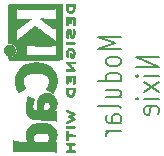
<source format=gbr>
G04 #@! TF.GenerationSoftware,KiCad,Pcbnew,6.0.4*
G04 #@! TF.CreationDate,2022-05-06T17:46:11+10:00*
G04 #@! TF.ProjectId,modularnixie,6d6f6475-6c61-4726-9e69-7869652e6b69,rev?*
G04 #@! TF.SameCoordinates,Original*
G04 #@! TF.FileFunction,Legend,Bot*
G04 #@! TF.FilePolarity,Positive*
%FSLAX46Y46*%
G04 Gerber Fmt 4.6, Leading zero omitted, Abs format (unit mm)*
G04 Created by KiCad (PCBNEW 6.0.4) date 2022-05-06 17:46:11*
%MOMM*%
%LPD*%
G01*
G04 APERTURE LIST*
%ADD10C,0.150000*%
%ADD11C,0.010000*%
G04 APERTURE END LIST*
D10*
X97127661Y-60063571D02*
X95127661Y-60063571D01*
X96556233Y-60563571D01*
X95127661Y-61063571D01*
X97127661Y-61063571D01*
X97127661Y-61992142D02*
X97032423Y-61849285D01*
X96937185Y-61777857D01*
X96746709Y-61706428D01*
X96175280Y-61706428D01*
X95984804Y-61777857D01*
X95889566Y-61849285D01*
X95794328Y-61992142D01*
X95794328Y-62206428D01*
X95889566Y-62349285D01*
X95984804Y-62420714D01*
X96175280Y-62492142D01*
X96746709Y-62492142D01*
X96937185Y-62420714D01*
X97032423Y-62349285D01*
X97127661Y-62206428D01*
X97127661Y-61992142D01*
X97127661Y-63777857D02*
X95127661Y-63777857D01*
X97032423Y-63777857D02*
X97127661Y-63635000D01*
X97127661Y-63349285D01*
X97032423Y-63206428D01*
X96937185Y-63135000D01*
X96746709Y-63063571D01*
X96175280Y-63063571D01*
X95984804Y-63135000D01*
X95889566Y-63206428D01*
X95794328Y-63349285D01*
X95794328Y-63635000D01*
X95889566Y-63777857D01*
X95794328Y-65135000D02*
X97127661Y-65135000D01*
X95794328Y-64492142D02*
X96841947Y-64492142D01*
X97032423Y-64563571D01*
X97127661Y-64706428D01*
X97127661Y-64920714D01*
X97032423Y-65063571D01*
X96937185Y-65135000D01*
X97127661Y-66063571D02*
X97032423Y-65920714D01*
X96841947Y-65849285D01*
X95127661Y-65849285D01*
X97127661Y-67277857D02*
X96080042Y-67277857D01*
X95889566Y-67206428D01*
X95794328Y-67063571D01*
X95794328Y-66777857D01*
X95889566Y-66635000D01*
X97032423Y-67277857D02*
X97127661Y-67135000D01*
X97127661Y-66777857D01*
X97032423Y-66635000D01*
X96841947Y-66563571D01*
X96651471Y-66563571D01*
X96460995Y-66635000D01*
X96365757Y-66777857D01*
X96365757Y-67135000D01*
X96270519Y-67277857D01*
X97127661Y-67992142D02*
X95794328Y-67992142D01*
X96175280Y-67992142D02*
X95984804Y-68063571D01*
X95889566Y-68135000D01*
X95794328Y-68277857D01*
X95794328Y-68420714D01*
X100347661Y-61742142D02*
X98347661Y-61742142D01*
X100347661Y-62599285D01*
X98347661Y-62599285D01*
X100347661Y-63313571D02*
X99014328Y-63313571D01*
X98347661Y-63313571D02*
X98442900Y-63242142D01*
X98538138Y-63313571D01*
X98442900Y-63385000D01*
X98347661Y-63313571D01*
X98538138Y-63313571D01*
X100347661Y-63885000D02*
X99014328Y-64670714D01*
X99014328Y-63885000D02*
X100347661Y-64670714D01*
X100347661Y-65242142D02*
X99014328Y-65242142D01*
X98347661Y-65242142D02*
X98442900Y-65170714D01*
X98538138Y-65242142D01*
X98442900Y-65313571D01*
X98347661Y-65242142D01*
X98538138Y-65242142D01*
X100252423Y-66527857D02*
X100347661Y-66385000D01*
X100347661Y-66099285D01*
X100252423Y-65956428D01*
X100061947Y-65885000D01*
X99300042Y-65885000D01*
X99109566Y-65956428D01*
X99014328Y-66099285D01*
X99014328Y-66385000D01*
X99109566Y-66527857D01*
X99300042Y-66599285D01*
X99490519Y-66599285D01*
X99680995Y-65885000D01*
G04 #@! TO.C,REF\u002A\u002A*
G36*
X92880713Y-58352303D02*
G01*
X92958889Y-58352552D01*
X93019103Y-58353188D01*
X93063982Y-58354385D01*
X93096152Y-58356316D01*
X93118239Y-58359154D01*
X93132870Y-58363073D01*
X93142670Y-58368245D01*
X93150267Y-58374844D01*
X93153444Y-58378178D01*
X93159554Y-58386700D01*
X93164229Y-58398702D01*
X93167659Y-58416913D01*
X93170036Y-58444060D01*
X93171552Y-58482871D01*
X93172398Y-58536076D01*
X93172765Y-58606402D01*
X93172845Y-58696578D01*
X93172833Y-58738686D01*
X93172651Y-58819833D01*
X93172098Y-58882325D01*
X93170982Y-58928891D01*
X93169113Y-58962259D01*
X93166298Y-58985156D01*
X93162346Y-59000312D01*
X93157066Y-59010454D01*
X93150267Y-59018311D01*
X93128667Y-59033037D01*
X93099467Y-59040889D01*
X93075560Y-59035390D01*
X93048667Y-59018311D01*
X93044059Y-59013332D01*
X93037772Y-59003557D01*
X93033146Y-58989441D01*
X93029930Y-58967946D01*
X93027870Y-58936032D01*
X93026712Y-58890658D01*
X93026202Y-58828787D01*
X93026089Y-58747378D01*
X93026089Y-58499022D01*
X92868045Y-58499022D01*
X92868045Y-58660199D01*
X92867899Y-58696017D01*
X92866176Y-58761641D01*
X92861741Y-58808882D01*
X92853637Y-58840617D01*
X92840906Y-58859723D01*
X92822592Y-58869077D01*
X92797738Y-58871555D01*
X92777482Y-58870758D01*
X92755656Y-58865506D01*
X92740304Y-58852712D01*
X92730309Y-58829372D01*
X92724553Y-58792483D01*
X92721919Y-58739041D01*
X92721289Y-58666042D01*
X92721289Y-58497895D01*
X92656378Y-58501281D01*
X92591467Y-58504666D01*
X92588418Y-58752383D01*
X92587539Y-58814974D01*
X92586095Y-58883435D01*
X92584164Y-58934339D01*
X92581514Y-58970592D01*
X92577910Y-58995099D01*
X92573121Y-59010765D01*
X92566913Y-59020494D01*
X92560510Y-59026509D01*
X92528828Y-59039518D01*
X92493142Y-59035957D01*
X92462084Y-59016182D01*
X92459161Y-59012931D01*
X92452810Y-59003951D01*
X92447957Y-58991847D01*
X92444403Y-58973841D01*
X92441946Y-58947153D01*
X92440385Y-58909003D01*
X92439518Y-58856614D01*
X92439146Y-58787206D01*
X92439067Y-58697999D01*
X92439083Y-58643266D01*
X92439275Y-58566169D01*
X92439860Y-58507223D01*
X92441051Y-58463636D01*
X92443064Y-58432617D01*
X92446112Y-58411375D01*
X92450409Y-58397118D01*
X92456172Y-58387055D01*
X92463612Y-58378394D01*
X92465293Y-58376609D01*
X92472832Y-58369365D01*
X92481850Y-58363723D01*
X92494984Y-58359483D01*
X92514872Y-58356444D01*
X92544151Y-58354406D01*
X92585458Y-58353170D01*
X92641431Y-58352535D01*
X92714707Y-58352300D01*
X92807923Y-58352266D01*
X92880713Y-58352303D01*
G37*
D11*
X92880713Y-58352303D02*
X92958889Y-58352552D01*
X93019103Y-58353188D01*
X93063982Y-58354385D01*
X93096152Y-58356316D01*
X93118239Y-58359154D01*
X93132870Y-58363073D01*
X93142670Y-58368245D01*
X93150267Y-58374844D01*
X93153444Y-58378178D01*
X93159554Y-58386700D01*
X93164229Y-58398702D01*
X93167659Y-58416913D01*
X93170036Y-58444060D01*
X93171552Y-58482871D01*
X93172398Y-58536076D01*
X93172765Y-58606402D01*
X93172845Y-58696578D01*
X93172833Y-58738686D01*
X93172651Y-58819833D01*
X93172098Y-58882325D01*
X93170982Y-58928891D01*
X93169113Y-58962259D01*
X93166298Y-58985156D01*
X93162346Y-59000312D01*
X93157066Y-59010454D01*
X93150267Y-59018311D01*
X93128667Y-59033037D01*
X93099467Y-59040889D01*
X93075560Y-59035390D01*
X93048667Y-59018311D01*
X93044059Y-59013332D01*
X93037772Y-59003557D01*
X93033146Y-58989441D01*
X93029930Y-58967946D01*
X93027870Y-58936032D01*
X93026712Y-58890658D01*
X93026202Y-58828787D01*
X93026089Y-58747378D01*
X93026089Y-58499022D01*
X92868045Y-58499022D01*
X92868045Y-58660199D01*
X92867899Y-58696017D01*
X92866176Y-58761641D01*
X92861741Y-58808882D01*
X92853637Y-58840617D01*
X92840906Y-58859723D01*
X92822592Y-58869077D01*
X92797738Y-58871555D01*
X92777482Y-58870758D01*
X92755656Y-58865506D01*
X92740304Y-58852712D01*
X92730309Y-58829372D01*
X92724553Y-58792483D01*
X92721919Y-58739041D01*
X92721289Y-58666042D01*
X92721289Y-58497895D01*
X92656378Y-58501281D01*
X92591467Y-58504666D01*
X92588418Y-58752383D01*
X92587539Y-58814974D01*
X92586095Y-58883435D01*
X92584164Y-58934339D01*
X92581514Y-58970592D01*
X92577910Y-58995099D01*
X92573121Y-59010765D01*
X92566913Y-59020494D01*
X92560510Y-59026509D01*
X92528828Y-59039518D01*
X92493142Y-59035957D01*
X92462084Y-59016182D01*
X92459161Y-59012931D01*
X92452810Y-59003951D01*
X92447957Y-58991847D01*
X92444403Y-58973841D01*
X92441946Y-58947153D01*
X92440385Y-58909003D01*
X92439518Y-58856614D01*
X92439146Y-58787206D01*
X92439067Y-58697999D01*
X92439083Y-58643266D01*
X92439275Y-58566169D01*
X92439860Y-58507223D01*
X92441051Y-58463636D01*
X92443064Y-58432617D01*
X92446112Y-58411375D01*
X92450409Y-58397118D01*
X92456172Y-58387055D01*
X92463612Y-58378394D01*
X92465293Y-58376609D01*
X92472832Y-58369365D01*
X92481850Y-58363723D01*
X92494984Y-58359483D01*
X92514872Y-58356444D01*
X92544151Y-58354406D01*
X92585458Y-58353170D01*
X92641431Y-58352535D01*
X92714707Y-58352300D01*
X92807923Y-58352266D01*
X92880713Y-58352303D01*
G36*
X88413011Y-57223941D02*
G01*
X88560216Y-57223638D01*
X88724349Y-57223452D01*
X88906352Y-57223358D01*
X89107165Y-57223329D01*
X89327732Y-57223339D01*
X89568992Y-57223364D01*
X89831889Y-57223378D01*
X89874040Y-57223378D01*
X90134668Y-57223354D01*
X90373796Y-57223315D01*
X90592360Y-57223292D01*
X90791295Y-57223313D01*
X90971535Y-57223407D01*
X91134015Y-57223605D01*
X91279670Y-57223937D01*
X91409434Y-57224431D01*
X91524243Y-57225117D01*
X91625030Y-57226024D01*
X91712730Y-57227183D01*
X91788279Y-57228622D01*
X91852611Y-57230371D01*
X91906661Y-57232460D01*
X91951363Y-57234917D01*
X91987652Y-57237773D01*
X92016463Y-57241057D01*
X92038731Y-57244798D01*
X92055390Y-57249026D01*
X92067375Y-57253771D01*
X92075621Y-57259061D01*
X92081062Y-57264927D01*
X92084634Y-57271398D01*
X92087270Y-57278503D01*
X92089906Y-57286272D01*
X92093477Y-57294734D01*
X92095145Y-57299092D01*
X92097111Y-57307605D01*
X92098911Y-57320306D01*
X92100555Y-57338115D01*
X92102047Y-57361951D01*
X92103397Y-57392734D01*
X92104611Y-57431383D01*
X92105697Y-57478818D01*
X92106661Y-57535957D01*
X92107511Y-57603721D01*
X92108253Y-57683029D01*
X92108897Y-57774801D01*
X92109447Y-57879956D01*
X92109913Y-57999413D01*
X92110300Y-58134092D01*
X92110616Y-58284912D01*
X92110869Y-58452794D01*
X92111066Y-58638655D01*
X92111213Y-58843417D01*
X92111318Y-59067998D01*
X92111389Y-59313318D01*
X92111432Y-59580296D01*
X92111437Y-59618679D01*
X92111480Y-59884078D01*
X92111525Y-60127950D01*
X92111548Y-60351217D01*
X92111524Y-60554804D01*
X92111430Y-60739633D01*
X92111243Y-60906627D01*
X92110939Y-61056710D01*
X92110494Y-61190804D01*
X92109885Y-61309834D01*
X92109089Y-61414721D01*
X92108080Y-61506390D01*
X92106837Y-61585763D01*
X92105335Y-61653763D01*
X92103551Y-61711314D01*
X92101461Y-61759338D01*
X92099042Y-61798760D01*
X92096270Y-61830501D01*
X92093121Y-61855486D01*
X92089572Y-61874636D01*
X92085598Y-61888877D01*
X92081178Y-61899129D01*
X92076286Y-61906318D01*
X92070900Y-61911365D01*
X92064996Y-61915195D01*
X92058549Y-61918729D01*
X92051537Y-61922892D01*
X92049687Y-61923975D01*
X92044180Y-61926187D01*
X92035868Y-61928214D01*
X92023809Y-61930062D01*
X92007063Y-61931739D01*
X91984687Y-61933255D01*
X91955740Y-61934617D01*
X91919280Y-61935833D01*
X91874367Y-61936911D01*
X91820057Y-61937860D01*
X91755410Y-61938688D01*
X91679484Y-61939403D01*
X91591338Y-61940013D01*
X91490029Y-61940526D01*
X91374617Y-61940950D01*
X91244160Y-61941294D01*
X91097716Y-61941566D01*
X90934344Y-61941773D01*
X90753101Y-61941924D01*
X90553048Y-61942028D01*
X90333241Y-61942092D01*
X90092739Y-61942124D01*
X89830602Y-61942133D01*
X87639031Y-61942133D01*
X87600649Y-61903751D01*
X87576911Y-61876645D01*
X87565111Y-61849747D01*
X87562267Y-61813440D01*
X87562267Y-61761511D01*
X87650206Y-61761511D01*
X87700102Y-61759573D01*
X87810523Y-61740801D01*
X87911987Y-61703783D01*
X88003152Y-61650631D01*
X88082673Y-61583454D01*
X88104249Y-61557805D01*
X89074978Y-61557805D01*
X90251845Y-61560880D01*
X91428711Y-61563955D01*
X91487622Y-61590593D01*
X91512183Y-61602515D01*
X91542434Y-61619754D01*
X91559560Y-61632926D01*
X91567591Y-61640924D01*
X91582493Y-61648622D01*
X91583765Y-61644740D01*
X91585791Y-61621480D01*
X91587626Y-61579126D01*
X91589227Y-61519868D01*
X91590549Y-61445893D01*
X91591548Y-61359390D01*
X91592180Y-61262548D01*
X91592400Y-61157555D01*
X91592349Y-61088644D01*
X91592091Y-60990393D01*
X91591637Y-60900970D01*
X91591010Y-60822667D01*
X91590235Y-60757777D01*
X91589335Y-60708589D01*
X91588334Y-60677396D01*
X91587257Y-60666489D01*
X91584037Y-60667678D01*
X91566452Y-60677824D01*
X91540158Y-60694960D01*
X91527691Y-60703460D01*
X91513622Y-60712671D01*
X91499351Y-60720767D01*
X91483479Y-60727815D01*
X91464609Y-60733883D01*
X91441341Y-60739039D01*
X91412278Y-60743349D01*
X91376021Y-60746881D01*
X91331170Y-60749703D01*
X91276328Y-60751882D01*
X91210097Y-60753486D01*
X91131077Y-60754581D01*
X91037871Y-60755235D01*
X90929079Y-60755516D01*
X90803303Y-60755491D01*
X90659145Y-60755228D01*
X90495207Y-60754794D01*
X90310089Y-60754255D01*
X90131232Y-60753721D01*
X89972374Y-60753195D01*
X89833316Y-60752650D01*
X89712665Y-60752055D01*
X89609028Y-60751381D01*
X89521011Y-60750597D01*
X89447223Y-60749674D01*
X89386269Y-60748581D01*
X89336757Y-60747288D01*
X89297293Y-60745765D01*
X89266484Y-60743981D01*
X89242938Y-60741908D01*
X89225260Y-60739514D01*
X89212059Y-60736770D01*
X89201940Y-60733644D01*
X89193511Y-60730108D01*
X89185375Y-60726209D01*
X89148544Y-60706562D01*
X89118391Y-60687775D01*
X89116908Y-60686728D01*
X89094659Y-60672398D01*
X89081702Y-60666489D01*
X89081249Y-60667496D01*
X89079803Y-60684695D01*
X89078480Y-60721344D01*
X89077316Y-60775038D01*
X89076347Y-60843370D01*
X89075611Y-60923936D01*
X89075142Y-61014330D01*
X89074978Y-61112147D01*
X89074978Y-61557805D01*
X88104249Y-61557805D01*
X88149205Y-61504362D01*
X88201406Y-61415466D01*
X88237930Y-61318875D01*
X88257434Y-61216700D01*
X88258573Y-61111050D01*
X88240005Y-61004036D01*
X88200384Y-60897768D01*
X88142516Y-60800781D01*
X88067684Y-60715707D01*
X87979615Y-60646985D01*
X87880616Y-60596082D01*
X87772993Y-60564465D01*
X87659054Y-60553600D01*
X87562267Y-60553600D01*
X87562267Y-59325884D01*
X88171867Y-59325884D01*
X88172117Y-60457644D01*
X88202722Y-60418133D01*
X88210089Y-60408752D01*
X88264438Y-60345817D01*
X88332259Y-60277003D01*
X88415516Y-60200404D01*
X88516178Y-60114112D01*
X88536847Y-60096948D01*
X88586409Y-60056167D01*
X88647326Y-60006412D01*
X88717898Y-59949045D01*
X88796424Y-59885431D01*
X88881204Y-59816931D01*
X88970537Y-59744910D01*
X89062722Y-59670730D01*
X89081702Y-59655483D01*
X89156060Y-59595754D01*
X89248848Y-59521347D01*
X89339388Y-59448869D01*
X89425978Y-59379686D01*
X89506918Y-59315159D01*
X89580506Y-59256653D01*
X89645044Y-59205530D01*
X89698829Y-59163153D01*
X89740162Y-59130885D01*
X89767342Y-59110090D01*
X89778668Y-59102131D01*
X89782771Y-59103889D01*
X89803334Y-59116770D01*
X89839561Y-59141115D01*
X89889824Y-59175753D01*
X89952492Y-59219514D01*
X90025936Y-59271225D01*
X90108527Y-59329716D01*
X90198636Y-59393816D01*
X90294631Y-59462354D01*
X90394885Y-59534157D01*
X90497768Y-59608056D01*
X90601650Y-59682879D01*
X90704901Y-59757455D01*
X90805892Y-59830613D01*
X90902994Y-59901181D01*
X90994577Y-59967989D01*
X91079011Y-60029865D01*
X91154667Y-60085639D01*
X91219916Y-60134138D01*
X91273128Y-60174193D01*
X91312673Y-60204631D01*
X91338026Y-60225056D01*
X91392295Y-60271101D01*
X91448775Y-60321388D01*
X91498669Y-60368185D01*
X91592400Y-60459349D01*
X91592400Y-59304910D01*
X91516200Y-59305544D01*
X91474160Y-59304426D01*
X91438334Y-59298696D01*
X91400772Y-59286110D01*
X91352577Y-59264432D01*
X91345897Y-59261211D01*
X91296359Y-59235812D01*
X91248369Y-59209004D01*
X91211466Y-59186083D01*
X91204834Y-59181515D01*
X91173593Y-59159484D01*
X91128654Y-59127307D01*
X91072147Y-59086543D01*
X91006204Y-59038755D01*
X90932957Y-58985502D01*
X90854536Y-58928345D01*
X90773072Y-58868845D01*
X90690698Y-58808563D01*
X90609544Y-58749060D01*
X90531742Y-58691895D01*
X90459423Y-58638630D01*
X90394718Y-58590826D01*
X90339759Y-58550043D01*
X90296676Y-58517842D01*
X90267602Y-58495784D01*
X90254667Y-58485429D01*
X90250351Y-58480956D01*
X90248312Y-58476764D01*
X90250926Y-58473357D01*
X90259986Y-58470675D01*
X90277285Y-58468659D01*
X90304614Y-58467252D01*
X90343765Y-58466395D01*
X90396533Y-58466030D01*
X90464707Y-58466097D01*
X90550082Y-58466540D01*
X90654449Y-58467298D01*
X90779600Y-58468315D01*
X90824300Y-58468692D01*
X90945395Y-58469831D01*
X91046688Y-58471028D01*
X91130262Y-58472364D01*
X91198204Y-58473923D01*
X91252599Y-58475785D01*
X91295532Y-58478034D01*
X91329089Y-58480752D01*
X91355355Y-58484021D01*
X91376416Y-58487922D01*
X91394357Y-58492539D01*
X91420770Y-58500808D01*
X91482772Y-58524417D01*
X91535573Y-58550315D01*
X91572645Y-58575465D01*
X91574075Y-58576661D01*
X91578424Y-58578832D01*
X91582026Y-58576672D01*
X91584951Y-58568356D01*
X91587269Y-58552060D01*
X91589051Y-58525959D01*
X91590367Y-58488229D01*
X91591286Y-58437044D01*
X91591878Y-58370580D01*
X91592215Y-58287013D01*
X91592365Y-58184517D01*
X91592400Y-58061268D01*
X91592400Y-57529704D01*
X91534783Y-57568477D01*
X91525893Y-57574568D01*
X91511069Y-57585024D01*
X91497422Y-57594421D01*
X91483765Y-57602817D01*
X91468911Y-57610267D01*
X91451670Y-57616827D01*
X91430855Y-57622554D01*
X91405280Y-57627505D01*
X91373755Y-57631734D01*
X91335093Y-57635299D01*
X91288107Y-57638256D01*
X91231608Y-57640660D01*
X91164409Y-57642569D01*
X91085322Y-57644038D01*
X90993160Y-57645124D01*
X90886734Y-57645882D01*
X90764857Y-57646370D01*
X90626341Y-57646642D01*
X90469999Y-57646757D01*
X90294642Y-57646769D01*
X90099082Y-57646735D01*
X89882133Y-57646711D01*
X89759513Y-57646720D01*
X89554447Y-57646757D01*
X89370116Y-57646773D01*
X89205334Y-57646712D01*
X89058916Y-57646516D01*
X88929674Y-57646130D01*
X88816422Y-57645495D01*
X88717975Y-57644556D01*
X88633144Y-57643255D01*
X88560744Y-57641536D01*
X88499589Y-57639341D01*
X88448492Y-57636615D01*
X88406267Y-57633299D01*
X88371727Y-57629338D01*
X88343686Y-57624675D01*
X88320958Y-57619253D01*
X88302356Y-57613014D01*
X88286693Y-57605903D01*
X88272784Y-57597862D01*
X88259441Y-57588834D01*
X88245479Y-57578764D01*
X88229711Y-57567593D01*
X88171867Y-57527803D01*
X88171867Y-58587686D01*
X88234966Y-58549689D01*
X88260005Y-58535007D01*
X88287586Y-58520469D01*
X88315700Y-58508373D01*
X88346551Y-58498468D01*
X88382344Y-58490506D01*
X88425283Y-58484239D01*
X88477574Y-58479418D01*
X88541419Y-58475794D01*
X88619025Y-58473119D01*
X88712594Y-58471143D01*
X88824333Y-58469618D01*
X88956445Y-58468296D01*
X89076434Y-58467387D01*
X89193063Y-58466980D01*
X89288531Y-58467233D01*
X89362556Y-58468143D01*
X89414855Y-58469707D01*
X89445149Y-58471921D01*
X89453156Y-58474780D01*
X89449858Y-58477839D01*
X89428408Y-58495994D01*
X89391889Y-58525725D01*
X89342442Y-58565361D01*
X89282207Y-58613229D01*
X89213327Y-58667657D01*
X89137943Y-58726973D01*
X89058196Y-58789505D01*
X88976228Y-58853579D01*
X88894180Y-58917525D01*
X88814194Y-58979669D01*
X88738411Y-59038339D01*
X88668973Y-59091863D01*
X88608021Y-59138570D01*
X88557696Y-59176786D01*
X88520140Y-59204839D01*
X88497495Y-59221057D01*
X88425212Y-59266365D01*
X88345463Y-59306339D01*
X88277188Y-59327870D01*
X88219844Y-59331173D01*
X88171867Y-59325884D01*
X87562267Y-59325884D01*
X87562267Y-58933247D01*
X87562280Y-58722103D01*
X87562330Y-58517980D01*
X87562430Y-58334314D01*
X87562592Y-58170009D01*
X87562829Y-58023971D01*
X87563153Y-57895106D01*
X87563575Y-57782317D01*
X87564109Y-57684512D01*
X87564767Y-57600596D01*
X87565561Y-57529473D01*
X87566504Y-57470050D01*
X87567608Y-57421232D01*
X87568884Y-57381923D01*
X87570347Y-57351031D01*
X87572007Y-57327459D01*
X87573878Y-57310114D01*
X87575972Y-57297901D01*
X87578300Y-57289725D01*
X87580876Y-57284492D01*
X87584445Y-57278496D01*
X87587978Y-57271721D01*
X87591488Y-57265522D01*
X87595918Y-57259874D01*
X87602208Y-57254753D01*
X87611301Y-57250131D01*
X87624139Y-57245985D01*
X87641662Y-57242287D01*
X87664813Y-57239013D01*
X87694534Y-57236137D01*
X87731765Y-57233633D01*
X87777449Y-57231476D01*
X87832527Y-57229640D01*
X87897941Y-57228100D01*
X87974633Y-57226830D01*
X88063544Y-57225805D01*
X88165617Y-57224999D01*
X88171867Y-57224966D01*
X88281792Y-57224386D01*
X88413011Y-57223941D01*
G37*
X88413011Y-57223941D02*
X88560216Y-57223638D01*
X88724349Y-57223452D01*
X88906352Y-57223358D01*
X89107165Y-57223329D01*
X89327732Y-57223339D01*
X89568992Y-57223364D01*
X89831889Y-57223378D01*
X89874040Y-57223378D01*
X90134668Y-57223354D01*
X90373796Y-57223315D01*
X90592360Y-57223292D01*
X90791295Y-57223313D01*
X90971535Y-57223407D01*
X91134015Y-57223605D01*
X91279670Y-57223937D01*
X91409434Y-57224431D01*
X91524243Y-57225117D01*
X91625030Y-57226024D01*
X91712730Y-57227183D01*
X91788279Y-57228622D01*
X91852611Y-57230371D01*
X91906661Y-57232460D01*
X91951363Y-57234917D01*
X91987652Y-57237773D01*
X92016463Y-57241057D01*
X92038731Y-57244798D01*
X92055390Y-57249026D01*
X92067375Y-57253771D01*
X92075621Y-57259061D01*
X92081062Y-57264927D01*
X92084634Y-57271398D01*
X92087270Y-57278503D01*
X92089906Y-57286272D01*
X92093477Y-57294734D01*
X92095145Y-57299092D01*
X92097111Y-57307605D01*
X92098911Y-57320306D01*
X92100555Y-57338115D01*
X92102047Y-57361951D01*
X92103397Y-57392734D01*
X92104611Y-57431383D01*
X92105697Y-57478818D01*
X92106661Y-57535957D01*
X92107511Y-57603721D01*
X92108253Y-57683029D01*
X92108897Y-57774801D01*
X92109447Y-57879956D01*
X92109913Y-57999413D01*
X92110300Y-58134092D01*
X92110616Y-58284912D01*
X92110869Y-58452794D01*
X92111066Y-58638655D01*
X92111213Y-58843417D01*
X92111318Y-59067998D01*
X92111389Y-59313318D01*
X92111432Y-59580296D01*
X92111437Y-59618679D01*
X92111480Y-59884078D01*
X92111525Y-60127950D01*
X92111548Y-60351217D01*
X92111524Y-60554804D01*
X92111430Y-60739633D01*
X92111243Y-60906627D01*
X92110939Y-61056710D01*
X92110494Y-61190804D01*
X92109885Y-61309834D01*
X92109089Y-61414721D01*
X92108080Y-61506390D01*
X92106837Y-61585763D01*
X92105335Y-61653763D01*
X92103551Y-61711314D01*
X92101461Y-61759338D01*
X92099042Y-61798760D01*
X92096270Y-61830501D01*
X92093121Y-61855486D01*
X92089572Y-61874636D01*
X92085598Y-61888877D01*
X92081178Y-61899129D01*
X92076286Y-61906318D01*
X92070900Y-61911365D01*
X92064996Y-61915195D01*
X92058549Y-61918729D01*
X92051537Y-61922892D01*
X92049687Y-61923975D01*
X92044180Y-61926187D01*
X92035868Y-61928214D01*
X92023809Y-61930062D01*
X92007063Y-61931739D01*
X91984687Y-61933255D01*
X91955740Y-61934617D01*
X91919280Y-61935833D01*
X91874367Y-61936911D01*
X91820057Y-61937860D01*
X91755410Y-61938688D01*
X91679484Y-61939403D01*
X91591338Y-61940013D01*
X91490029Y-61940526D01*
X91374617Y-61940950D01*
X91244160Y-61941294D01*
X91097716Y-61941566D01*
X90934344Y-61941773D01*
X90753101Y-61941924D01*
X90553048Y-61942028D01*
X90333241Y-61942092D01*
X90092739Y-61942124D01*
X89830602Y-61942133D01*
X87639031Y-61942133D01*
X87600649Y-61903751D01*
X87576911Y-61876645D01*
X87565111Y-61849747D01*
X87562267Y-61813440D01*
X87562267Y-61761511D01*
X87650206Y-61761511D01*
X87700102Y-61759573D01*
X87810523Y-61740801D01*
X87911987Y-61703783D01*
X88003152Y-61650631D01*
X88082673Y-61583454D01*
X88104249Y-61557805D01*
X89074978Y-61557805D01*
X90251845Y-61560880D01*
X91428711Y-61563955D01*
X91487622Y-61590593D01*
X91512183Y-61602515D01*
X91542434Y-61619754D01*
X91559560Y-61632926D01*
X91567591Y-61640924D01*
X91582493Y-61648622D01*
X91583765Y-61644740D01*
X91585791Y-61621480D01*
X91587626Y-61579126D01*
X91589227Y-61519868D01*
X91590549Y-61445893D01*
X91591548Y-61359390D01*
X91592180Y-61262548D01*
X91592400Y-61157555D01*
X91592349Y-61088644D01*
X91592091Y-60990393D01*
X91591637Y-60900970D01*
X91591010Y-60822667D01*
X91590235Y-60757777D01*
X91589335Y-60708589D01*
X91588334Y-60677396D01*
X91587257Y-60666489D01*
X91584037Y-60667678D01*
X91566452Y-60677824D01*
X91540158Y-60694960D01*
X91527691Y-60703460D01*
X91513622Y-60712671D01*
X91499351Y-60720767D01*
X91483479Y-60727815D01*
X91464609Y-60733883D01*
X91441341Y-60739039D01*
X91412278Y-60743349D01*
X91376021Y-60746881D01*
X91331170Y-60749703D01*
X91276328Y-60751882D01*
X91210097Y-60753486D01*
X91131077Y-60754581D01*
X91037871Y-60755235D01*
X90929079Y-60755516D01*
X90803303Y-60755491D01*
X90659145Y-60755228D01*
X90495207Y-60754794D01*
X90310089Y-60754255D01*
X90131232Y-60753721D01*
X89972374Y-60753195D01*
X89833316Y-60752650D01*
X89712665Y-60752055D01*
X89609028Y-60751381D01*
X89521011Y-60750597D01*
X89447223Y-60749674D01*
X89386269Y-60748581D01*
X89336757Y-60747288D01*
X89297293Y-60745765D01*
X89266484Y-60743981D01*
X89242938Y-60741908D01*
X89225260Y-60739514D01*
X89212059Y-60736770D01*
X89201940Y-60733644D01*
X89193511Y-60730108D01*
X89185375Y-60726209D01*
X89148544Y-60706562D01*
X89118391Y-60687775D01*
X89116908Y-60686728D01*
X89094659Y-60672398D01*
X89081702Y-60666489D01*
X89081249Y-60667496D01*
X89079803Y-60684695D01*
X89078480Y-60721344D01*
X89077316Y-60775038D01*
X89076347Y-60843370D01*
X89075611Y-60923936D01*
X89075142Y-61014330D01*
X89074978Y-61112147D01*
X89074978Y-61557805D01*
X88104249Y-61557805D01*
X88149205Y-61504362D01*
X88201406Y-61415466D01*
X88237930Y-61318875D01*
X88257434Y-61216700D01*
X88258573Y-61111050D01*
X88240005Y-61004036D01*
X88200384Y-60897768D01*
X88142516Y-60800781D01*
X88067684Y-60715707D01*
X87979615Y-60646985D01*
X87880616Y-60596082D01*
X87772993Y-60564465D01*
X87659054Y-60553600D01*
X87562267Y-60553600D01*
X87562267Y-59325884D01*
X88171867Y-59325884D01*
X88172117Y-60457644D01*
X88202722Y-60418133D01*
X88210089Y-60408752D01*
X88264438Y-60345817D01*
X88332259Y-60277003D01*
X88415516Y-60200404D01*
X88516178Y-60114112D01*
X88536847Y-60096948D01*
X88586409Y-60056167D01*
X88647326Y-60006412D01*
X88717898Y-59949045D01*
X88796424Y-59885431D01*
X88881204Y-59816931D01*
X88970537Y-59744910D01*
X89062722Y-59670730D01*
X89081702Y-59655483D01*
X89156060Y-59595754D01*
X89248848Y-59521347D01*
X89339388Y-59448869D01*
X89425978Y-59379686D01*
X89506918Y-59315159D01*
X89580506Y-59256653D01*
X89645044Y-59205530D01*
X89698829Y-59163153D01*
X89740162Y-59130885D01*
X89767342Y-59110090D01*
X89778668Y-59102131D01*
X89782771Y-59103889D01*
X89803334Y-59116770D01*
X89839561Y-59141115D01*
X89889824Y-59175753D01*
X89952492Y-59219514D01*
X90025936Y-59271225D01*
X90108527Y-59329716D01*
X90198636Y-59393816D01*
X90294631Y-59462354D01*
X90394885Y-59534157D01*
X90497768Y-59608056D01*
X90601650Y-59682879D01*
X90704901Y-59757455D01*
X90805892Y-59830613D01*
X90902994Y-59901181D01*
X90994577Y-59967989D01*
X91079011Y-60029865D01*
X91154667Y-60085639D01*
X91219916Y-60134138D01*
X91273128Y-60174193D01*
X91312673Y-60204631D01*
X91338026Y-60225056D01*
X91392295Y-60271101D01*
X91448775Y-60321388D01*
X91498669Y-60368185D01*
X91592400Y-60459349D01*
X91592400Y-59304910D01*
X91516200Y-59305544D01*
X91474160Y-59304426D01*
X91438334Y-59298696D01*
X91400772Y-59286110D01*
X91352577Y-59264432D01*
X91345897Y-59261211D01*
X91296359Y-59235812D01*
X91248369Y-59209004D01*
X91211466Y-59186083D01*
X91204834Y-59181515D01*
X91173593Y-59159484D01*
X91128654Y-59127307D01*
X91072147Y-59086543D01*
X91006204Y-59038755D01*
X90932957Y-58985502D01*
X90854536Y-58928345D01*
X90773072Y-58868845D01*
X90690698Y-58808563D01*
X90609544Y-58749060D01*
X90531742Y-58691895D01*
X90459423Y-58638630D01*
X90394718Y-58590826D01*
X90339759Y-58550043D01*
X90296676Y-58517842D01*
X90267602Y-58495784D01*
X90254667Y-58485429D01*
X90250351Y-58480956D01*
X90248312Y-58476764D01*
X90250926Y-58473357D01*
X90259986Y-58470675D01*
X90277285Y-58468659D01*
X90304614Y-58467252D01*
X90343765Y-58466395D01*
X90396533Y-58466030D01*
X90464707Y-58466097D01*
X90550082Y-58466540D01*
X90654449Y-58467298D01*
X90779600Y-58468315D01*
X90824300Y-58468692D01*
X90945395Y-58469831D01*
X91046688Y-58471028D01*
X91130262Y-58472364D01*
X91198204Y-58473923D01*
X91252599Y-58475785D01*
X91295532Y-58478034D01*
X91329089Y-58480752D01*
X91355355Y-58484021D01*
X91376416Y-58487922D01*
X91394357Y-58492539D01*
X91420770Y-58500808D01*
X91482772Y-58524417D01*
X91535573Y-58550315D01*
X91572645Y-58575465D01*
X91574075Y-58576661D01*
X91578424Y-58578832D01*
X91582026Y-58576672D01*
X91584951Y-58568356D01*
X91587269Y-58552060D01*
X91589051Y-58525959D01*
X91590367Y-58488229D01*
X91591286Y-58437044D01*
X91591878Y-58370580D01*
X91592215Y-58287013D01*
X91592365Y-58184517D01*
X91592400Y-58061268D01*
X91592400Y-57529704D01*
X91534783Y-57568477D01*
X91525893Y-57574568D01*
X91511069Y-57585024D01*
X91497422Y-57594421D01*
X91483765Y-57602817D01*
X91468911Y-57610267D01*
X91451670Y-57616827D01*
X91430855Y-57622554D01*
X91405280Y-57627505D01*
X91373755Y-57631734D01*
X91335093Y-57635299D01*
X91288107Y-57638256D01*
X91231608Y-57640660D01*
X91164409Y-57642569D01*
X91085322Y-57644038D01*
X90993160Y-57645124D01*
X90886734Y-57645882D01*
X90764857Y-57646370D01*
X90626341Y-57646642D01*
X90469999Y-57646757D01*
X90294642Y-57646769D01*
X90099082Y-57646735D01*
X89882133Y-57646711D01*
X89759513Y-57646720D01*
X89554447Y-57646757D01*
X89370116Y-57646773D01*
X89205334Y-57646712D01*
X89058916Y-57646516D01*
X88929674Y-57646130D01*
X88816422Y-57645495D01*
X88717975Y-57644556D01*
X88633144Y-57643255D01*
X88560744Y-57641536D01*
X88499589Y-57639341D01*
X88448492Y-57636615D01*
X88406267Y-57633299D01*
X88371727Y-57629338D01*
X88343686Y-57624675D01*
X88320958Y-57619253D01*
X88302356Y-57613014D01*
X88286693Y-57605903D01*
X88272784Y-57597862D01*
X88259441Y-57588834D01*
X88245479Y-57578764D01*
X88229711Y-57567593D01*
X88171867Y-57527803D01*
X88171867Y-58587686D01*
X88234966Y-58549689D01*
X88260005Y-58535007D01*
X88287586Y-58520469D01*
X88315700Y-58508373D01*
X88346551Y-58498468D01*
X88382344Y-58490506D01*
X88425283Y-58484239D01*
X88477574Y-58479418D01*
X88541419Y-58475794D01*
X88619025Y-58473119D01*
X88712594Y-58471143D01*
X88824333Y-58469618D01*
X88956445Y-58468296D01*
X89076434Y-58467387D01*
X89193063Y-58466980D01*
X89288531Y-58467233D01*
X89362556Y-58468143D01*
X89414855Y-58469707D01*
X89445149Y-58471921D01*
X89453156Y-58474780D01*
X89449858Y-58477839D01*
X89428408Y-58495994D01*
X89391889Y-58525725D01*
X89342442Y-58565361D01*
X89282207Y-58613229D01*
X89213327Y-58667657D01*
X89137943Y-58726973D01*
X89058196Y-58789505D01*
X88976228Y-58853579D01*
X88894180Y-58917525D01*
X88814194Y-58979669D01*
X88738411Y-59038339D01*
X88668973Y-59091863D01*
X88608021Y-59138570D01*
X88557696Y-59176786D01*
X88520140Y-59204839D01*
X88497495Y-59221057D01*
X88425212Y-59266365D01*
X88345463Y-59306339D01*
X88277188Y-59327870D01*
X88219844Y-59331173D01*
X88171867Y-59325884D01*
X87562267Y-59325884D01*
X87562267Y-58933247D01*
X87562280Y-58722103D01*
X87562330Y-58517980D01*
X87562430Y-58334314D01*
X87562592Y-58170009D01*
X87562829Y-58023971D01*
X87563153Y-57895106D01*
X87563575Y-57782317D01*
X87564109Y-57684512D01*
X87564767Y-57600596D01*
X87565561Y-57529473D01*
X87566504Y-57470050D01*
X87567608Y-57421232D01*
X87568884Y-57381923D01*
X87570347Y-57351031D01*
X87572007Y-57327459D01*
X87573878Y-57310114D01*
X87575972Y-57297901D01*
X87578300Y-57289725D01*
X87580876Y-57284492D01*
X87584445Y-57278496D01*
X87587978Y-57271721D01*
X87591488Y-57265522D01*
X87595918Y-57259874D01*
X87602208Y-57254753D01*
X87611301Y-57250131D01*
X87624139Y-57245985D01*
X87641662Y-57242287D01*
X87664813Y-57239013D01*
X87694534Y-57236137D01*
X87731765Y-57233633D01*
X87777449Y-57231476D01*
X87832527Y-57229640D01*
X87897941Y-57228100D01*
X87974633Y-57226830D01*
X88063544Y-57225805D01*
X88165617Y-57224999D01*
X88171867Y-57224966D01*
X88281792Y-57224386D01*
X88413011Y-57223941D01*
G36*
X89991325Y-62182449D02*
G01*
X90192581Y-62199209D01*
X90387128Y-62232708D01*
X90570756Y-62282956D01*
X90688053Y-62326810D01*
X90850951Y-62404652D01*
X91004866Y-62498172D01*
X91146671Y-62605178D01*
X91273239Y-62723481D01*
X91381441Y-62850889D01*
X91434120Y-62928394D01*
X91503750Y-63055275D01*
X91562468Y-63192757D01*
X91607587Y-63334284D01*
X91636422Y-63473298D01*
X91638106Y-63487403D01*
X91641434Y-63530847D01*
X91644275Y-63588277D01*
X91646373Y-63653878D01*
X91647468Y-63721833D01*
X91645140Y-63848622D01*
X91632136Y-63996327D01*
X91607133Y-64134221D01*
X91569318Y-64267986D01*
X91560889Y-64291438D01*
X91541408Y-64339388D01*
X91516473Y-64395860D01*
X91487722Y-64457621D01*
X91456790Y-64521437D01*
X91425315Y-64584074D01*
X91394934Y-64642297D01*
X91367283Y-64692873D01*
X91343999Y-64732567D01*
X91326718Y-64758146D01*
X91317079Y-64766375D01*
X91313984Y-64764924D01*
X91294079Y-64753750D01*
X91258420Y-64732866D01*
X91209459Y-64703735D01*
X91149646Y-64667819D01*
X91081433Y-64626580D01*
X91007271Y-64581483D01*
X90710008Y-64400215D01*
X90754539Y-64353685D01*
X90832865Y-64262277D01*
X90907439Y-64148666D01*
X90961474Y-64030878D01*
X90994290Y-63910441D01*
X91005211Y-63788883D01*
X91003868Y-63747415D01*
X90985612Y-63629920D01*
X90946617Y-63519911D01*
X90887670Y-63418570D01*
X90809557Y-63327079D01*
X90713064Y-63246620D01*
X90598978Y-63178373D01*
X90564724Y-63162092D01*
X90441240Y-63116018D01*
X90302918Y-63080894D01*
X90153561Y-63056803D01*
X89996973Y-63043827D01*
X89836956Y-63042051D01*
X89677314Y-63051557D01*
X89521850Y-63072428D01*
X89374366Y-63104748D01*
X89238667Y-63148601D01*
X89152076Y-63186018D01*
X89038688Y-63250815D01*
X88945070Y-63326228D01*
X88870959Y-63412582D01*
X88816094Y-63510205D01*
X88780212Y-63619423D01*
X88763051Y-63740561D01*
X88761880Y-63809962D01*
X88776141Y-63932832D01*
X88811241Y-64048336D01*
X88866682Y-64155047D01*
X88941964Y-64251536D01*
X88956440Y-64267280D01*
X88982962Y-64297850D01*
X89000138Y-64320191D01*
X89004787Y-64330309D01*
X89002597Y-64332294D01*
X88983721Y-64346759D01*
X88950397Y-64370600D01*
X88905380Y-64401971D01*
X88851425Y-64439026D01*
X88791285Y-64479917D01*
X88727718Y-64522798D01*
X88663476Y-64565822D01*
X88601315Y-64607143D01*
X88543991Y-64644914D01*
X88494257Y-64677288D01*
X88454868Y-64702418D01*
X88428580Y-64718458D01*
X88418147Y-64723561D01*
X88413941Y-64718950D01*
X88408933Y-64699733D01*
X88406386Y-64690162D01*
X88395249Y-64662191D01*
X88376802Y-64620552D01*
X88352725Y-64569005D01*
X88324699Y-64511310D01*
X88319154Y-64500043D01*
X88239889Y-64322313D01*
X88180385Y-64152510D01*
X88140245Y-63988570D01*
X88119071Y-63828429D01*
X88116466Y-63670023D01*
X88132033Y-63511289D01*
X88149523Y-63415732D01*
X88194564Y-63251442D01*
X88257656Y-63097411D01*
X88339915Y-62951491D01*
X88442457Y-62811534D01*
X88566399Y-62675392D01*
X88611661Y-62631527D01*
X88743865Y-62519242D01*
X88881832Y-62426028D01*
X89029750Y-62349281D01*
X89191803Y-62286397D01*
X89203391Y-62282580D01*
X89389392Y-62232493D01*
X89585521Y-62199101D01*
X89787568Y-62182416D01*
X89991325Y-62182449D01*
G37*
X89991325Y-62182449D02*
X90192581Y-62199209D01*
X90387128Y-62232708D01*
X90570756Y-62282956D01*
X90688053Y-62326810D01*
X90850951Y-62404652D01*
X91004866Y-62498172D01*
X91146671Y-62605178D01*
X91273239Y-62723481D01*
X91381441Y-62850889D01*
X91434120Y-62928394D01*
X91503750Y-63055275D01*
X91562468Y-63192757D01*
X91607587Y-63334284D01*
X91636422Y-63473298D01*
X91638106Y-63487403D01*
X91641434Y-63530847D01*
X91644275Y-63588277D01*
X91646373Y-63653878D01*
X91647468Y-63721833D01*
X91645140Y-63848622D01*
X91632136Y-63996327D01*
X91607133Y-64134221D01*
X91569318Y-64267986D01*
X91560889Y-64291438D01*
X91541408Y-64339388D01*
X91516473Y-64395860D01*
X91487722Y-64457621D01*
X91456790Y-64521437D01*
X91425315Y-64584074D01*
X91394934Y-64642297D01*
X91367283Y-64692873D01*
X91343999Y-64732567D01*
X91326718Y-64758146D01*
X91317079Y-64766375D01*
X91313984Y-64764924D01*
X91294079Y-64753750D01*
X91258420Y-64732866D01*
X91209459Y-64703735D01*
X91149646Y-64667819D01*
X91081433Y-64626580D01*
X91007271Y-64581483D01*
X90710008Y-64400215D01*
X90754539Y-64353685D01*
X90832865Y-64262277D01*
X90907439Y-64148666D01*
X90961474Y-64030878D01*
X90994290Y-63910441D01*
X91005211Y-63788883D01*
X91003868Y-63747415D01*
X90985612Y-63629920D01*
X90946617Y-63519911D01*
X90887670Y-63418570D01*
X90809557Y-63327079D01*
X90713064Y-63246620D01*
X90598978Y-63178373D01*
X90564724Y-63162092D01*
X90441240Y-63116018D01*
X90302918Y-63080894D01*
X90153561Y-63056803D01*
X89996973Y-63043827D01*
X89836956Y-63042051D01*
X89677314Y-63051557D01*
X89521850Y-63072428D01*
X89374366Y-63104748D01*
X89238667Y-63148601D01*
X89152076Y-63186018D01*
X89038688Y-63250815D01*
X88945070Y-63326228D01*
X88870959Y-63412582D01*
X88816094Y-63510205D01*
X88780212Y-63619423D01*
X88763051Y-63740561D01*
X88761880Y-63809962D01*
X88776141Y-63932832D01*
X88811241Y-64048336D01*
X88866682Y-64155047D01*
X88941964Y-64251536D01*
X88956440Y-64267280D01*
X88982962Y-64297850D01*
X89000138Y-64320191D01*
X89004787Y-64330309D01*
X89002597Y-64332294D01*
X88983721Y-64346759D01*
X88950397Y-64370600D01*
X88905380Y-64401971D01*
X88851425Y-64439026D01*
X88791285Y-64479917D01*
X88727718Y-64522798D01*
X88663476Y-64565822D01*
X88601315Y-64607143D01*
X88543991Y-64644914D01*
X88494257Y-64677288D01*
X88454868Y-64702418D01*
X88428580Y-64718458D01*
X88418147Y-64723561D01*
X88413941Y-64718950D01*
X88408933Y-64699733D01*
X88406386Y-64690162D01*
X88395249Y-64662191D01*
X88376802Y-64620552D01*
X88352725Y-64569005D01*
X88324699Y-64511310D01*
X88319154Y-64500043D01*
X88239889Y-64322313D01*
X88180385Y-64152510D01*
X88140245Y-63988570D01*
X88119071Y-63828429D01*
X88116466Y-63670023D01*
X88132033Y-63511289D01*
X88149523Y-63415732D01*
X88194564Y-63251442D01*
X88257656Y-63097411D01*
X88339915Y-62951491D01*
X88442457Y-62811534D01*
X88566399Y-62675392D01*
X88611661Y-62631527D01*
X88743865Y-62519242D01*
X88881832Y-62426028D01*
X89029750Y-62349281D01*
X89191803Y-62286397D01*
X89203391Y-62282580D01*
X89389392Y-62232493D01*
X89585521Y-62199101D01*
X89787568Y-62182416D01*
X89991325Y-62182449D01*
G36*
X92705041Y-57223130D02*
G01*
X92805956Y-57223378D01*
X92881617Y-57223417D01*
X92959526Y-57223672D01*
X93019536Y-57224316D01*
X93064264Y-57225520D01*
X93096326Y-57227457D01*
X93118340Y-57230297D01*
X93132924Y-57234212D01*
X93142694Y-57239374D01*
X93150267Y-57245955D01*
X93156501Y-57252923D01*
X93163801Y-57265921D01*
X93168554Y-57285069D01*
X93171292Y-57314472D01*
X93172545Y-57358238D01*
X93172845Y-57420472D01*
X93172469Y-57469418D01*
X93168041Y-57576278D01*
X93157953Y-57665506D01*
X93141365Y-57740304D01*
X93117435Y-57803875D01*
X93085321Y-57859421D01*
X93044182Y-57910146D01*
X93038330Y-57916134D01*
X92989821Y-57953001D01*
X92929013Y-57984101D01*
X92864769Y-58005583D01*
X92805956Y-58013600D01*
X92784739Y-58012321D01*
X92727323Y-58000009D01*
X92667413Y-57977480D01*
X92613363Y-57948250D01*
X92573532Y-57915833D01*
X92556510Y-57896292D01*
X92517322Y-57841580D01*
X92487193Y-57781277D01*
X92465232Y-57712081D01*
X92450550Y-57630689D01*
X92442259Y-57533800D01*
X92440148Y-57446333D01*
X92585808Y-57446333D01*
X92585817Y-57449361D01*
X92587782Y-57500481D01*
X92592507Y-57560584D01*
X92599035Y-57617292D01*
X92608331Y-57667250D01*
X92634600Y-57742002D01*
X92673899Y-57799511D01*
X92726933Y-57841012D01*
X92778200Y-57862229D01*
X92826026Y-57863647D01*
X92876961Y-57845365D01*
X92922878Y-57815695D01*
X92965287Y-57768998D01*
X92995090Y-57707608D01*
X93014226Y-57628462D01*
X93014464Y-57626972D01*
X93020256Y-57578001D01*
X93024396Y-57519307D01*
X93026004Y-57463266D01*
X93026089Y-57370133D01*
X92585822Y-57370133D01*
X92585808Y-57446333D01*
X92440148Y-57446333D01*
X92439467Y-57418111D01*
X92439066Y-57378629D01*
X92438653Y-57332918D01*
X92440457Y-57297117D01*
X92446739Y-57270026D01*
X92459759Y-57250444D01*
X92481778Y-57237170D01*
X92515055Y-57229002D01*
X92561851Y-57224740D01*
X92585822Y-57224143D01*
X92624427Y-57223183D01*
X92705041Y-57223130D01*
G37*
X92705041Y-57223130D02*
X92805956Y-57223378D01*
X92881617Y-57223417D01*
X92959526Y-57223672D01*
X93019536Y-57224316D01*
X93064264Y-57225520D01*
X93096326Y-57227457D01*
X93118340Y-57230297D01*
X93132924Y-57234212D01*
X93142694Y-57239374D01*
X93150267Y-57245955D01*
X93156501Y-57252923D01*
X93163801Y-57265921D01*
X93168554Y-57285069D01*
X93171292Y-57314472D01*
X93172545Y-57358238D01*
X93172845Y-57420472D01*
X93172469Y-57469418D01*
X93168041Y-57576278D01*
X93157953Y-57665506D01*
X93141365Y-57740304D01*
X93117435Y-57803875D01*
X93085321Y-57859421D01*
X93044182Y-57910146D01*
X93038330Y-57916134D01*
X92989821Y-57953001D01*
X92929013Y-57984101D01*
X92864769Y-58005583D01*
X92805956Y-58013600D01*
X92784739Y-58012321D01*
X92727323Y-58000009D01*
X92667413Y-57977480D01*
X92613363Y-57948250D01*
X92573532Y-57915833D01*
X92556510Y-57896292D01*
X92517322Y-57841580D01*
X92487193Y-57781277D01*
X92465232Y-57712081D01*
X92450550Y-57630689D01*
X92442259Y-57533800D01*
X92440148Y-57446333D01*
X92585808Y-57446333D01*
X92585817Y-57449361D01*
X92587782Y-57500481D01*
X92592507Y-57560584D01*
X92599035Y-57617292D01*
X92608331Y-57667250D01*
X92634600Y-57742002D01*
X92673899Y-57799511D01*
X92726933Y-57841012D01*
X92778200Y-57862229D01*
X92826026Y-57863647D01*
X92876961Y-57845365D01*
X92922878Y-57815695D01*
X92965287Y-57768998D01*
X92995090Y-57707608D01*
X93014226Y-57628462D01*
X93014464Y-57626972D01*
X93020256Y-57578001D01*
X93024396Y-57519307D01*
X93026004Y-57463266D01*
X93026089Y-57370133D01*
X92585822Y-57370133D01*
X92585808Y-57446333D01*
X92440148Y-57446333D01*
X92439467Y-57418111D01*
X92439066Y-57378629D01*
X92438653Y-57332918D01*
X92440457Y-57297117D01*
X92446739Y-57270026D01*
X92459759Y-57250444D01*
X92481778Y-57237170D01*
X92515055Y-57229002D01*
X92561851Y-57224740D01*
X92585822Y-57224143D01*
X92624427Y-57223183D01*
X92705041Y-57223130D01*
G36*
X92565178Y-67989083D02*
G01*
X92566631Y-67990443D01*
X92574992Y-68001646D01*
X92580547Y-68018748D01*
X92583840Y-68045918D01*
X92585418Y-68087322D01*
X92585822Y-68147127D01*
X92585822Y-68286489D01*
X92849589Y-68286489D01*
X92925417Y-68286564D01*
X92992083Y-68286972D01*
X93041867Y-68287954D01*
X93077784Y-68289750D01*
X93102850Y-68292601D01*
X93120081Y-68296747D01*
X93132492Y-68302429D01*
X93143100Y-68309886D01*
X93145906Y-68312176D01*
X93168548Y-68343354D01*
X93170112Y-68377734D01*
X93150267Y-68410666D01*
X93142191Y-68417645D01*
X93131593Y-68423117D01*
X93115749Y-68427137D01*
X93091773Y-68429928D01*
X93056774Y-68431712D01*
X93007864Y-68432711D01*
X92942154Y-68433148D01*
X92856756Y-68433244D01*
X92585822Y-68433244D01*
X92585822Y-68579180D01*
X92585821Y-68590280D01*
X92585596Y-68646798D01*
X92584457Y-68685642D01*
X92581657Y-68711035D01*
X92576450Y-68727196D01*
X92568089Y-68738348D01*
X92555826Y-68748711D01*
X92525138Y-68764559D01*
X92491358Y-68761457D01*
X92458822Y-68735813D01*
X92455105Y-68730871D01*
X92450269Y-68720662D01*
X92446506Y-68705236D01*
X92443683Y-68682114D01*
X92441670Y-68648817D01*
X92440333Y-68602863D01*
X92439542Y-68541772D01*
X92439163Y-68463065D01*
X92439067Y-68364260D01*
X92439068Y-68344233D01*
X92439158Y-68250110D01*
X92439498Y-68175595D01*
X92440239Y-68118189D01*
X92441535Y-68075389D01*
X92443537Y-68044696D01*
X92446396Y-68023609D01*
X92450266Y-68009627D01*
X92455298Y-68000250D01*
X92461645Y-67992978D01*
X92494362Y-67974172D01*
X92531939Y-67972725D01*
X92565178Y-67989083D01*
G37*
X92565178Y-67989083D02*
X92566631Y-67990443D01*
X92574992Y-68001646D01*
X92580547Y-68018748D01*
X92583840Y-68045918D01*
X92585418Y-68087322D01*
X92585822Y-68147127D01*
X92585822Y-68286489D01*
X92849589Y-68286489D01*
X92925417Y-68286564D01*
X92992083Y-68286972D01*
X93041867Y-68287954D01*
X93077784Y-68289750D01*
X93102850Y-68292601D01*
X93120081Y-68296747D01*
X93132492Y-68302429D01*
X93143100Y-68309886D01*
X93145906Y-68312176D01*
X93168548Y-68343354D01*
X93170112Y-68377734D01*
X93150267Y-68410666D01*
X93142191Y-68417645D01*
X93131593Y-68423117D01*
X93115749Y-68427137D01*
X93091773Y-68429928D01*
X93056774Y-68431712D01*
X93007864Y-68432711D01*
X92942154Y-68433148D01*
X92856756Y-68433244D01*
X92585822Y-68433244D01*
X92585822Y-68579180D01*
X92585821Y-68590280D01*
X92585596Y-68646798D01*
X92584457Y-68685642D01*
X92581657Y-68711035D01*
X92576450Y-68727196D01*
X92568089Y-68738348D01*
X92555826Y-68748711D01*
X92525138Y-68764559D01*
X92491358Y-68761457D01*
X92458822Y-68735813D01*
X92455105Y-68730871D01*
X92450269Y-68720662D01*
X92446506Y-68705236D01*
X92443683Y-68682114D01*
X92441670Y-68648817D01*
X92440333Y-68602863D01*
X92439542Y-68541772D01*
X92439163Y-68463065D01*
X92439067Y-68364260D01*
X92439068Y-68344233D01*
X92439158Y-68250110D01*
X92439498Y-68175595D01*
X92440239Y-68118189D01*
X92441535Y-68075389D01*
X92443537Y-68044696D01*
X92446396Y-68023609D01*
X92450266Y-68009627D01*
X92455298Y-68000250D01*
X92461645Y-67992978D01*
X92494362Y-67974172D01*
X92531939Y-67972725D01*
X92565178Y-67989083D01*
G36*
X92876911Y-63296829D02*
G01*
X92955228Y-63297061D01*
X93015496Y-63297681D01*
X93060393Y-63298874D01*
X93092602Y-63300821D01*
X93114800Y-63303706D01*
X93129669Y-63307712D01*
X93139889Y-63313021D01*
X93148138Y-63319817D01*
X93152795Y-63324332D01*
X93159282Y-63332562D01*
X93164194Y-63343922D01*
X93167749Y-63361190D01*
X93170167Y-63387145D01*
X93171667Y-63424564D01*
X93172467Y-63476227D01*
X93172787Y-63544911D01*
X93172845Y-63633394D01*
X93172838Y-63653069D01*
X93172572Y-63740094D01*
X93171806Y-63807746D01*
X93170392Y-63858701D01*
X93168180Y-63895633D01*
X93165022Y-63921217D01*
X93160769Y-63938129D01*
X93155271Y-63949043D01*
X93145285Y-63959536D01*
X93114168Y-63972797D01*
X93078280Y-63971614D01*
X93046733Y-63955450D01*
X93044457Y-63953261D01*
X93038189Y-63944573D01*
X93033523Y-63931231D01*
X93030227Y-63910248D01*
X93028068Y-63878637D01*
X93026814Y-63833410D01*
X93026231Y-63771580D01*
X93026089Y-63690161D01*
X93026089Y-63443555D01*
X92868045Y-63443555D01*
X92868045Y-63605994D01*
X92867964Y-63641662D01*
X92867167Y-63697432D01*
X92865162Y-63736570D01*
X92861521Y-63763024D01*
X92855812Y-63780741D01*
X92847607Y-63793671D01*
X92844423Y-63797314D01*
X92813448Y-63815722D01*
X92777112Y-63816356D01*
X92743493Y-63798817D01*
X92743424Y-63798755D01*
X92734798Y-63789084D01*
X92728742Y-63775791D01*
X92724811Y-63755083D01*
X92722556Y-63723172D01*
X92721531Y-63676266D01*
X92721289Y-63610576D01*
X92721289Y-63442429D01*
X92656378Y-63445814D01*
X92591467Y-63449200D01*
X92588414Y-63691277D01*
X92588086Y-63716293D01*
X92586606Y-63797913D01*
X92584222Y-63860232D01*
X92580227Y-63905846D01*
X92573913Y-63937348D01*
X92564574Y-63957333D01*
X92551503Y-63968396D01*
X92533992Y-63973131D01*
X92511335Y-63974133D01*
X92508970Y-63974127D01*
X92488939Y-63972973D01*
X92473146Y-63968176D01*
X92461090Y-63957368D01*
X92452267Y-63938183D01*
X92446175Y-63908255D01*
X92442311Y-63865217D01*
X92440174Y-63806701D01*
X92439260Y-63730343D01*
X92439067Y-63633774D01*
X92439067Y-63343594D01*
X92468811Y-63320197D01*
X92475495Y-63315248D01*
X92486066Y-63309404D01*
X92500153Y-63304943D01*
X92520478Y-63301679D01*
X92549765Y-63299426D01*
X92590737Y-63297998D01*
X92646117Y-63297208D01*
X92718628Y-63296871D01*
X92810994Y-63296800D01*
X92876911Y-63296829D01*
G37*
X92876911Y-63296829D02*
X92955228Y-63297061D01*
X93015496Y-63297681D01*
X93060393Y-63298874D01*
X93092602Y-63300821D01*
X93114800Y-63303706D01*
X93129669Y-63307712D01*
X93139889Y-63313021D01*
X93148138Y-63319817D01*
X93152795Y-63324332D01*
X93159282Y-63332562D01*
X93164194Y-63343922D01*
X93167749Y-63361190D01*
X93170167Y-63387145D01*
X93171667Y-63424564D01*
X93172467Y-63476227D01*
X93172787Y-63544911D01*
X93172845Y-63633394D01*
X93172838Y-63653069D01*
X93172572Y-63740094D01*
X93171806Y-63807746D01*
X93170392Y-63858701D01*
X93168180Y-63895633D01*
X93165022Y-63921217D01*
X93160769Y-63938129D01*
X93155271Y-63949043D01*
X93145285Y-63959536D01*
X93114168Y-63972797D01*
X93078280Y-63971614D01*
X93046733Y-63955450D01*
X93044457Y-63953261D01*
X93038189Y-63944573D01*
X93033523Y-63931231D01*
X93030227Y-63910248D01*
X93028068Y-63878637D01*
X93026814Y-63833410D01*
X93026231Y-63771580D01*
X93026089Y-63690161D01*
X93026089Y-63443555D01*
X92868045Y-63443555D01*
X92868045Y-63605994D01*
X92867964Y-63641662D01*
X92867167Y-63697432D01*
X92865162Y-63736570D01*
X92861521Y-63763024D01*
X92855812Y-63780741D01*
X92847607Y-63793671D01*
X92844423Y-63797314D01*
X92813448Y-63815722D01*
X92777112Y-63816356D01*
X92743493Y-63798817D01*
X92743424Y-63798755D01*
X92734798Y-63789084D01*
X92728742Y-63775791D01*
X92724811Y-63755083D01*
X92722556Y-63723172D01*
X92721531Y-63676266D01*
X92721289Y-63610576D01*
X92721289Y-63442429D01*
X92656378Y-63445814D01*
X92591467Y-63449200D01*
X92588414Y-63691277D01*
X92588086Y-63716293D01*
X92586606Y-63797913D01*
X92584222Y-63860232D01*
X92580227Y-63905846D01*
X92573913Y-63937348D01*
X92564574Y-63957333D01*
X92551503Y-63968396D01*
X92533992Y-63973131D01*
X92511335Y-63974133D01*
X92508970Y-63974127D01*
X92488939Y-63972973D01*
X92473146Y-63968176D01*
X92461090Y-63957368D01*
X92452267Y-63938183D01*
X92446175Y-63908255D01*
X92442311Y-63865217D01*
X92440174Y-63806701D01*
X92439260Y-63730343D01*
X92439067Y-63633774D01*
X92439067Y-63343594D01*
X92468811Y-63320197D01*
X92475495Y-63315248D01*
X92486066Y-63309404D01*
X92500153Y-63304943D01*
X92520478Y-63301679D01*
X92549765Y-63299426D01*
X92590737Y-63297998D01*
X92646117Y-63297208D01*
X92718628Y-63296871D01*
X92810994Y-63296800D01*
X92876911Y-63296829D01*
G36*
X92690232Y-59324048D02*
G01*
X92715029Y-59329840D01*
X92736699Y-59344647D01*
X92764049Y-59372620D01*
X92771378Y-59380598D01*
X92792281Y-59404308D01*
X92809251Y-59426702D01*
X92823205Y-59450735D01*
X92835056Y-59479363D01*
X92845720Y-59515540D01*
X92856111Y-59562220D01*
X92867146Y-59622359D01*
X92879738Y-59698910D01*
X92894804Y-59794829D01*
X92897838Y-59813192D01*
X92911458Y-59875522D01*
X92927192Y-59920740D01*
X92944263Y-59947024D01*
X92961897Y-59952553D01*
X92966168Y-59949932D01*
X92981233Y-59932000D01*
X92997867Y-59903874D01*
X93003857Y-59891074D01*
X93011050Y-59869776D01*
X93015827Y-59843390D01*
X93018646Y-59807546D01*
X93019964Y-59757872D01*
X93020237Y-59690000D01*
X93020164Y-59672215D01*
X93019053Y-59604594D01*
X93016828Y-59539655D01*
X93013762Y-59484030D01*
X93010127Y-59444349D01*
X93006059Y-59408838D01*
X93005276Y-59379585D01*
X93009876Y-59360685D01*
X93020551Y-59345571D01*
X93024144Y-59341915D01*
X93055918Y-59325573D01*
X93091572Y-59326893D01*
X93122190Y-59345850D01*
X93133796Y-59366220D01*
X93146491Y-59402204D01*
X93156541Y-59444628D01*
X93157140Y-59448078D01*
X93162356Y-59490748D01*
X93166730Y-59548134D01*
X93169818Y-59613151D01*
X93171177Y-59678711D01*
X93171218Y-59694943D01*
X93168741Y-59793256D01*
X93160735Y-59873308D01*
X93146203Y-59938487D01*
X93124149Y-59992183D01*
X93093576Y-60037784D01*
X93053486Y-60078677D01*
X93027259Y-60098798D01*
X92997712Y-60110424D01*
X92957995Y-60113333D01*
X92946026Y-60113192D01*
X92913345Y-60109319D01*
X92886819Y-60096935D01*
X92855971Y-60071770D01*
X92833831Y-60050558D01*
X92811285Y-60024162D01*
X92792917Y-59994445D01*
X92777661Y-59958215D01*
X92764449Y-59912283D01*
X92752214Y-59853456D01*
X92739889Y-59778544D01*
X92726406Y-59684355D01*
X92719396Y-59639043D01*
X92704837Y-59571089D01*
X92688337Y-59521953D01*
X92670439Y-59492386D01*
X92651685Y-59483136D01*
X92632615Y-59494952D01*
X92613771Y-59528584D01*
X92612557Y-59531630D01*
X92600479Y-59577989D01*
X92592279Y-59640639D01*
X92588119Y-59714073D01*
X92588161Y-59792783D01*
X92592569Y-59871261D01*
X92601505Y-59944000D01*
X92602154Y-59947927D01*
X92609861Y-59996743D01*
X92613473Y-60028995D01*
X92612876Y-60049992D01*
X92607954Y-60065046D01*
X92598596Y-60079466D01*
X92597725Y-60080636D01*
X92567351Y-60105153D01*
X92531850Y-60109946D01*
X92497269Y-60094140D01*
X92492813Y-60089594D01*
X92477673Y-60059980D01*
X92464550Y-60012998D01*
X92453750Y-59952694D01*
X92445581Y-59883112D01*
X92440351Y-59808297D01*
X92438367Y-59732294D01*
X92439936Y-59659147D01*
X92445366Y-59592900D01*
X92454964Y-59537600D01*
X92469825Y-59486717D01*
X92502958Y-59415405D01*
X92545640Y-59364248D01*
X92597705Y-59333425D01*
X92658983Y-59323111D01*
X92690232Y-59324048D01*
G37*
X92690232Y-59324048D02*
X92715029Y-59329840D01*
X92736699Y-59344647D01*
X92764049Y-59372620D01*
X92771378Y-59380598D01*
X92792281Y-59404308D01*
X92809251Y-59426702D01*
X92823205Y-59450735D01*
X92835056Y-59479363D01*
X92845720Y-59515540D01*
X92856111Y-59562220D01*
X92867146Y-59622359D01*
X92879738Y-59698910D01*
X92894804Y-59794829D01*
X92897838Y-59813192D01*
X92911458Y-59875522D01*
X92927192Y-59920740D01*
X92944263Y-59947024D01*
X92961897Y-59952553D01*
X92966168Y-59949932D01*
X92981233Y-59932000D01*
X92997867Y-59903874D01*
X93003857Y-59891074D01*
X93011050Y-59869776D01*
X93015827Y-59843390D01*
X93018646Y-59807546D01*
X93019964Y-59757872D01*
X93020237Y-59690000D01*
X93020164Y-59672215D01*
X93019053Y-59604594D01*
X93016828Y-59539655D01*
X93013762Y-59484030D01*
X93010127Y-59444349D01*
X93006059Y-59408838D01*
X93005276Y-59379585D01*
X93009876Y-59360685D01*
X93020551Y-59345571D01*
X93024144Y-59341915D01*
X93055918Y-59325573D01*
X93091572Y-59326893D01*
X93122190Y-59345850D01*
X93133796Y-59366220D01*
X93146491Y-59402204D01*
X93156541Y-59444628D01*
X93157140Y-59448078D01*
X93162356Y-59490748D01*
X93166730Y-59548134D01*
X93169818Y-59613151D01*
X93171177Y-59678711D01*
X93171218Y-59694943D01*
X93168741Y-59793256D01*
X93160735Y-59873308D01*
X93146203Y-59938487D01*
X93124149Y-59992183D01*
X93093576Y-60037784D01*
X93053486Y-60078677D01*
X93027259Y-60098798D01*
X92997712Y-60110424D01*
X92957995Y-60113333D01*
X92946026Y-60113192D01*
X92913345Y-60109319D01*
X92886819Y-60096935D01*
X92855971Y-60071770D01*
X92833831Y-60050558D01*
X92811285Y-60024162D01*
X92792917Y-59994445D01*
X92777661Y-59958215D01*
X92764449Y-59912283D01*
X92752214Y-59853456D01*
X92739889Y-59778544D01*
X92726406Y-59684355D01*
X92719396Y-59639043D01*
X92704837Y-59571089D01*
X92688337Y-59521953D01*
X92670439Y-59492386D01*
X92651685Y-59483136D01*
X92632615Y-59494952D01*
X92613771Y-59528584D01*
X92612557Y-59531630D01*
X92600479Y-59577989D01*
X92592279Y-59640639D01*
X92588119Y-59714073D01*
X92588161Y-59792783D01*
X92592569Y-59871261D01*
X92601505Y-59944000D01*
X92602154Y-59947927D01*
X92609861Y-59996743D01*
X92613473Y-60028995D01*
X92612876Y-60049992D01*
X92607954Y-60065046D01*
X92598596Y-60079466D01*
X92597725Y-60080636D01*
X92567351Y-60105153D01*
X92531850Y-60109946D01*
X92497269Y-60094140D01*
X92492813Y-60089594D01*
X92477673Y-60059980D01*
X92464550Y-60012998D01*
X92453750Y-59952694D01*
X92445581Y-59883112D01*
X92440351Y-59808297D01*
X92438367Y-59732294D01*
X92439936Y-59659147D01*
X92445366Y-59592900D01*
X92454964Y-59537600D01*
X92469825Y-59486717D01*
X92502958Y-59415405D01*
X92545640Y-59364248D01*
X92597705Y-59333425D01*
X92658983Y-59323111D01*
X92690232Y-59324048D01*
G36*
X90490158Y-67314732D02*
G01*
X90641594Y-67323311D01*
X90778283Y-67342167D01*
X90904276Y-67372163D01*
X91023625Y-67414164D01*
X91140381Y-67469031D01*
X91251179Y-67535833D01*
X91364739Y-67626637D01*
X91460211Y-67730292D01*
X91537073Y-67846113D01*
X91594797Y-67973414D01*
X91632858Y-68111511D01*
X91638666Y-68149207D01*
X91644396Y-68228248D01*
X91644583Y-68316371D01*
X91639539Y-68405764D01*
X91629578Y-68488616D01*
X91615012Y-68557113D01*
X91605364Y-68587965D01*
X91575123Y-68665270D01*
X91537617Y-68742321D01*
X91496614Y-68811800D01*
X91455879Y-68866385D01*
X91436505Y-68889084D01*
X91418662Y-68911799D01*
X91411778Y-68923221D01*
X91413424Y-68924463D01*
X91431205Y-68927272D01*
X91464370Y-68929224D01*
X91507733Y-68929955D01*
X91603689Y-68929955D01*
X91603689Y-69788104D01*
X91542974Y-69753839D01*
X91533868Y-69748645D01*
X91519249Y-69740285D01*
X91505173Y-69732712D01*
X91490540Y-69725888D01*
X91474249Y-69719773D01*
X91455198Y-69714327D01*
X91432286Y-69709513D01*
X91404413Y-69705292D01*
X91370478Y-69701623D01*
X91329379Y-69698469D01*
X91280015Y-69695789D01*
X91221286Y-69693546D01*
X91152090Y-69691701D01*
X91071326Y-69690213D01*
X90977894Y-69689045D01*
X90870692Y-69688156D01*
X90748620Y-69687509D01*
X90610576Y-69687064D01*
X90455459Y-69686782D01*
X90282168Y-69686625D01*
X90089603Y-69686552D01*
X89876662Y-69686526D01*
X89642245Y-69686507D01*
X87957378Y-69686311D01*
X87957378Y-68780983D01*
X87994067Y-68805415D01*
X88003647Y-68811682D01*
X88049981Y-68837792D01*
X88097102Y-68855531D01*
X88152251Y-68867092D01*
X88222667Y-68874669D01*
X88229650Y-68875161D01*
X88267641Y-68876938D01*
X88321576Y-68878556D01*
X88388703Y-68880001D01*
X88466271Y-68881260D01*
X88551528Y-68882320D01*
X88641724Y-68883171D01*
X88734107Y-68883797D01*
X88825925Y-68884188D01*
X88914427Y-68884330D01*
X88996862Y-68884210D01*
X89070479Y-68883817D01*
X89132526Y-68883138D01*
X89180251Y-68882159D01*
X89210904Y-68880868D01*
X89221733Y-68879253D01*
X89217333Y-68871043D01*
X89202362Y-68849353D01*
X89180448Y-68819986D01*
X89146236Y-68771121D01*
X89099714Y-68682875D01*
X89066046Y-68584084D01*
X89063231Y-68569557D01*
X89617465Y-68569557D01*
X89629389Y-68654681D01*
X89656040Y-68738867D01*
X89696962Y-68817392D01*
X89740530Y-68884800D01*
X90890721Y-68884800D01*
X90937089Y-68814244D01*
X90960791Y-68773583D01*
X90986639Y-68719454D01*
X91004829Y-68670311D01*
X91020551Y-68606835D01*
X91031541Y-68510669D01*
X91023365Y-68426100D01*
X90995805Y-68352781D01*
X90948642Y-68290363D01*
X90881658Y-68238498D01*
X90794633Y-68196840D01*
X90687350Y-68165038D01*
X90675009Y-68162455D01*
X90613772Y-68154000D01*
X90536692Y-68148337D01*
X90449002Y-68145424D01*
X90355934Y-68145217D01*
X90262720Y-68147670D01*
X90174594Y-68152739D01*
X90096788Y-68160381D01*
X90034533Y-68170552D01*
X90028666Y-68171833D01*
X89918121Y-68200874D01*
X89827575Y-68235390D01*
X89754953Y-68276544D01*
X89698181Y-68325501D01*
X89655184Y-68383426D01*
X89639615Y-68415380D01*
X89620722Y-68488216D01*
X89617465Y-68569557D01*
X89063231Y-68569557D01*
X89044231Y-68471490D01*
X89033265Y-68341836D01*
X89032219Y-68249330D01*
X89042014Y-68127989D01*
X89066174Y-68017901D01*
X89105785Y-67914611D01*
X89161932Y-67813662D01*
X89192883Y-67768497D01*
X89284115Y-67663089D01*
X89393106Y-67571462D01*
X89519726Y-67493668D01*
X89663845Y-67429759D01*
X89825332Y-67379786D01*
X90004059Y-67343802D01*
X90199895Y-67321857D01*
X90355934Y-67316100D01*
X90412711Y-67314006D01*
X90490158Y-67314732D01*
G37*
X90490158Y-67314732D02*
X90641594Y-67323311D01*
X90778283Y-67342167D01*
X90904276Y-67372163D01*
X91023625Y-67414164D01*
X91140381Y-67469031D01*
X91251179Y-67535833D01*
X91364739Y-67626637D01*
X91460211Y-67730292D01*
X91537073Y-67846113D01*
X91594797Y-67973414D01*
X91632858Y-68111511D01*
X91638666Y-68149207D01*
X91644396Y-68228248D01*
X91644583Y-68316371D01*
X91639539Y-68405764D01*
X91629578Y-68488616D01*
X91615012Y-68557113D01*
X91605364Y-68587965D01*
X91575123Y-68665270D01*
X91537617Y-68742321D01*
X91496614Y-68811800D01*
X91455879Y-68866385D01*
X91436505Y-68889084D01*
X91418662Y-68911799D01*
X91411778Y-68923221D01*
X91413424Y-68924463D01*
X91431205Y-68927272D01*
X91464370Y-68929224D01*
X91507733Y-68929955D01*
X91603689Y-68929955D01*
X91603689Y-69788104D01*
X91542974Y-69753839D01*
X91533868Y-69748645D01*
X91519249Y-69740285D01*
X91505173Y-69732712D01*
X91490540Y-69725888D01*
X91474249Y-69719773D01*
X91455198Y-69714327D01*
X91432286Y-69709513D01*
X91404413Y-69705292D01*
X91370478Y-69701623D01*
X91329379Y-69698469D01*
X91280015Y-69695789D01*
X91221286Y-69693546D01*
X91152090Y-69691701D01*
X91071326Y-69690213D01*
X90977894Y-69689045D01*
X90870692Y-69688156D01*
X90748620Y-69687509D01*
X90610576Y-69687064D01*
X90455459Y-69686782D01*
X90282168Y-69686625D01*
X90089603Y-69686552D01*
X89876662Y-69686526D01*
X89642245Y-69686507D01*
X87957378Y-69686311D01*
X87957378Y-68780983D01*
X87994067Y-68805415D01*
X88003647Y-68811682D01*
X88049981Y-68837792D01*
X88097102Y-68855531D01*
X88152251Y-68867092D01*
X88222667Y-68874669D01*
X88229650Y-68875161D01*
X88267641Y-68876938D01*
X88321576Y-68878556D01*
X88388703Y-68880001D01*
X88466271Y-68881260D01*
X88551528Y-68882320D01*
X88641724Y-68883171D01*
X88734107Y-68883797D01*
X88825925Y-68884188D01*
X88914427Y-68884330D01*
X88996862Y-68884210D01*
X89070479Y-68883817D01*
X89132526Y-68883138D01*
X89180251Y-68882159D01*
X89210904Y-68880868D01*
X89221733Y-68879253D01*
X89217333Y-68871043D01*
X89202362Y-68849353D01*
X89180448Y-68819986D01*
X89146236Y-68771121D01*
X89099714Y-68682875D01*
X89066046Y-68584084D01*
X89063231Y-68569557D01*
X89617465Y-68569557D01*
X89629389Y-68654681D01*
X89656040Y-68738867D01*
X89696962Y-68817392D01*
X89740530Y-68884800D01*
X90890721Y-68884800D01*
X90937089Y-68814244D01*
X90960791Y-68773583D01*
X90986639Y-68719454D01*
X91004829Y-68670311D01*
X91020551Y-68606835D01*
X91031541Y-68510669D01*
X91023365Y-68426100D01*
X90995805Y-68352781D01*
X90948642Y-68290363D01*
X90881658Y-68238498D01*
X90794633Y-68196840D01*
X90687350Y-68165038D01*
X90675009Y-68162455D01*
X90613772Y-68154000D01*
X90536692Y-68148337D01*
X90449002Y-68145424D01*
X90355934Y-68145217D01*
X90262720Y-68147670D01*
X90174594Y-68152739D01*
X90096788Y-68160381D01*
X90034533Y-68170552D01*
X90028666Y-68171833D01*
X89918121Y-68200874D01*
X89827575Y-68235390D01*
X89754953Y-68276544D01*
X89698181Y-68325501D01*
X89655184Y-68383426D01*
X89639615Y-68415380D01*
X89620722Y-68488216D01*
X89617465Y-68569557D01*
X89063231Y-68569557D01*
X89044231Y-68471490D01*
X89033265Y-68341836D01*
X89032219Y-68249330D01*
X89042014Y-68127989D01*
X89066174Y-68017901D01*
X89105785Y-67914611D01*
X89161932Y-67813662D01*
X89192883Y-67768497D01*
X89284115Y-67663089D01*
X89393106Y-67571462D01*
X89519726Y-67493668D01*
X89663845Y-67429759D01*
X89825332Y-67379786D01*
X90004059Y-67343802D01*
X90199895Y-67321857D01*
X90355934Y-67316100D01*
X90412711Y-67314006D01*
X90490158Y-67314732D01*
G36*
X93151264Y-67618873D02*
G01*
X93168739Y-67650233D01*
X93169575Y-67686034D01*
X93149082Y-67717472D01*
X93144416Y-67721348D01*
X93134949Y-67726814D01*
X93121267Y-67731021D01*
X93100748Y-67734133D01*
X93070768Y-67736313D01*
X93028704Y-67737724D01*
X92971932Y-67738529D01*
X92897830Y-67738893D01*
X92803773Y-67738978D01*
X92482227Y-67738978D01*
X92460647Y-67712327D01*
X92445877Y-67688614D01*
X92439067Y-67665600D01*
X92444949Y-67644594D01*
X92460647Y-67618873D01*
X92482227Y-67592222D01*
X93129684Y-67592222D01*
X93151264Y-67618873D01*
G37*
X93151264Y-67618873D02*
X93168739Y-67650233D01*
X93169575Y-67686034D01*
X93149082Y-67717472D01*
X93144416Y-67721348D01*
X93134949Y-67726814D01*
X93121267Y-67731021D01*
X93100748Y-67734133D01*
X93070768Y-67736313D01*
X93028704Y-67737724D01*
X92971932Y-67738529D01*
X92897830Y-67738893D01*
X92803773Y-67738978D01*
X92482227Y-67738978D01*
X92460647Y-67712327D01*
X92445877Y-67688614D01*
X92439067Y-67665600D01*
X92444949Y-67644594D01*
X92460647Y-67618873D01*
X92482227Y-67592222D01*
X93129684Y-67592222D01*
X93151264Y-67618873D01*
G36*
X92521915Y-66204772D02*
G01*
X92556481Y-66217636D01*
X92604826Y-66237395D01*
X92663825Y-66262619D01*
X92730355Y-66291881D01*
X92801291Y-66323750D01*
X92873507Y-66356799D01*
X92943880Y-66389599D01*
X93009285Y-66420720D01*
X93066597Y-66448735D01*
X93112692Y-66472214D01*
X93144446Y-66489728D01*
X93158733Y-66499849D01*
X93172102Y-66534257D01*
X93165741Y-66575954D01*
X93161044Y-66581319D01*
X93138893Y-66597148D01*
X93102132Y-66619350D01*
X93054415Y-66645767D01*
X92999393Y-66674240D01*
X92840150Y-66754014D01*
X92986742Y-66827201D01*
X93006032Y-66836897D01*
X93058380Y-66863875D01*
X93103170Y-66887904D01*
X93136154Y-66906668D01*
X93153089Y-66917854D01*
X93154332Y-66919000D01*
X93169619Y-66947121D01*
X93171302Y-66982183D01*
X93158733Y-67013224D01*
X93155884Y-67015650D01*
X93135259Y-67027910D01*
X93097708Y-67047648D01*
X93045880Y-67073552D01*
X92982423Y-67104315D01*
X92909985Y-67138625D01*
X92831216Y-67175175D01*
X92787093Y-67195415D01*
X92706365Y-67232188D01*
X92642687Y-67260645D01*
X92593752Y-67281669D01*
X92557257Y-67296146D01*
X92530895Y-67304961D01*
X92512361Y-67308996D01*
X92499352Y-67309138D01*
X92489561Y-67306270D01*
X92468678Y-67291613D01*
X92448377Y-67265010D01*
X92448035Y-67264255D01*
X92441034Y-67244665D01*
X92440504Y-67227210D01*
X92448478Y-67210298D01*
X92466989Y-67192337D01*
X92498071Y-67171737D01*
X92543756Y-67146905D01*
X92606078Y-67116250D01*
X92687071Y-67078180D01*
X92718454Y-67063546D01*
X92781638Y-67033797D01*
X92836244Y-67007703D01*
X92879290Y-66986708D01*
X92907793Y-66972261D01*
X92918770Y-66965809D01*
X92918189Y-66964450D01*
X92904242Y-66954458D01*
X92874704Y-66937167D01*
X92833087Y-66914570D01*
X92782903Y-66888662D01*
X92751414Y-66872689D01*
X92696061Y-66843739D01*
X92657044Y-66821251D01*
X92631566Y-66803035D01*
X92616831Y-66786904D01*
X92610042Y-66770670D01*
X92608400Y-66752143D01*
X92608875Y-66741640D01*
X92613082Y-66725524D01*
X92623946Y-66710210D01*
X92644219Y-66693612D01*
X92676654Y-66673643D01*
X92724004Y-66648217D01*
X92789022Y-66615248D01*
X92808277Y-66605515D01*
X92854946Y-66581057D01*
X92891109Y-66560822D01*
X92913497Y-66546689D01*
X92918845Y-66540540D01*
X92915573Y-66539173D01*
X92894664Y-66529798D01*
X92857725Y-66512938D01*
X92807874Y-66490021D01*
X92748226Y-66462480D01*
X92681898Y-66431745D01*
X92624677Y-66405030D01*
X92562688Y-66375407D01*
X92516949Y-66352336D01*
X92484908Y-66334357D01*
X92464014Y-66320010D01*
X92451718Y-66307834D01*
X92445466Y-66296368D01*
X92442574Y-66286958D01*
X92442425Y-66261853D01*
X92457768Y-66234710D01*
X92458753Y-66233410D01*
X92481388Y-66211326D01*
X92503613Y-66200277D01*
X92504253Y-66200231D01*
X92521915Y-66204772D01*
G37*
X92521915Y-66204772D02*
X92556481Y-66217636D01*
X92604826Y-66237395D01*
X92663825Y-66262619D01*
X92730355Y-66291881D01*
X92801291Y-66323750D01*
X92873507Y-66356799D01*
X92943880Y-66389599D01*
X93009285Y-66420720D01*
X93066597Y-66448735D01*
X93112692Y-66472214D01*
X93144446Y-66489728D01*
X93158733Y-66499849D01*
X93172102Y-66534257D01*
X93165741Y-66575954D01*
X93161044Y-66581319D01*
X93138893Y-66597148D01*
X93102132Y-66619350D01*
X93054415Y-66645767D01*
X92999393Y-66674240D01*
X92840150Y-66754014D01*
X92986742Y-66827201D01*
X93006032Y-66836897D01*
X93058380Y-66863875D01*
X93103170Y-66887904D01*
X93136154Y-66906668D01*
X93153089Y-66917854D01*
X93154332Y-66919000D01*
X93169619Y-66947121D01*
X93171302Y-66982183D01*
X93158733Y-67013224D01*
X93155884Y-67015650D01*
X93135259Y-67027910D01*
X93097708Y-67047648D01*
X93045880Y-67073552D01*
X92982423Y-67104315D01*
X92909985Y-67138625D01*
X92831216Y-67175175D01*
X92787093Y-67195415D01*
X92706365Y-67232188D01*
X92642687Y-67260645D01*
X92593752Y-67281669D01*
X92557257Y-67296146D01*
X92530895Y-67304961D01*
X92512361Y-67308996D01*
X92499352Y-67309138D01*
X92489561Y-67306270D01*
X92468678Y-67291613D01*
X92448377Y-67265010D01*
X92448035Y-67264255D01*
X92441034Y-67244665D01*
X92440504Y-67227210D01*
X92448478Y-67210298D01*
X92466989Y-67192337D01*
X92498071Y-67171737D01*
X92543756Y-67146905D01*
X92606078Y-67116250D01*
X92687071Y-67078180D01*
X92718454Y-67063546D01*
X92781638Y-67033797D01*
X92836244Y-67007703D01*
X92879290Y-66986708D01*
X92907793Y-66972261D01*
X92918770Y-66965809D01*
X92918189Y-66964450D01*
X92904242Y-66954458D01*
X92874704Y-66937167D01*
X92833087Y-66914570D01*
X92782903Y-66888662D01*
X92751414Y-66872689D01*
X92696061Y-66843739D01*
X92657044Y-66821251D01*
X92631566Y-66803035D01*
X92616831Y-66786904D01*
X92610042Y-66770670D01*
X92608400Y-66752143D01*
X92608875Y-66741640D01*
X92613082Y-66725524D01*
X92623946Y-66710210D01*
X92644219Y-66693612D01*
X92676654Y-66673643D01*
X92724004Y-66648217D01*
X92789022Y-66615248D01*
X92808277Y-66605515D01*
X92854946Y-66581057D01*
X92891109Y-66560822D01*
X92913497Y-66546689D01*
X92918845Y-66540540D01*
X92915573Y-66539173D01*
X92894664Y-66529798D01*
X92857725Y-66512938D01*
X92807874Y-66490021D01*
X92748226Y-66462480D01*
X92681898Y-66431745D01*
X92624677Y-66405030D01*
X92562688Y-66375407D01*
X92516949Y-66352336D01*
X92484908Y-66334357D01*
X92464014Y-66320010D01*
X92451718Y-66307834D01*
X92445466Y-66296368D01*
X92442574Y-66286958D01*
X92442425Y-66261853D01*
X92457768Y-66234710D01*
X92458753Y-66233410D01*
X92481388Y-66211326D01*
X92503613Y-66200277D01*
X92504253Y-66200231D01*
X92521915Y-66204772D01*
G36*
X92865526Y-64312825D02*
G01*
X92944311Y-64313050D01*
X93005021Y-64313668D01*
X93026089Y-64314225D01*
X93050396Y-64314867D01*
X93083175Y-64316837D01*
X93106095Y-64319765D01*
X93121897Y-64323842D01*
X93133319Y-64329257D01*
X93143100Y-64336197D01*
X93172845Y-64359594D01*
X93172251Y-64525286D01*
X93171953Y-64560082D01*
X93168522Y-64658565D01*
X93160839Y-64739527D01*
X93148282Y-64806621D01*
X93130227Y-64863504D01*
X93106052Y-64913831D01*
X93104135Y-64917190D01*
X93067417Y-64975002D01*
X93030451Y-65017356D01*
X92986966Y-65050172D01*
X92930689Y-65079372D01*
X92921073Y-65083654D01*
X92857887Y-65106231D01*
X92802509Y-65113203D01*
X92747483Y-65104601D01*
X92685351Y-65080459D01*
X92683658Y-65079663D01*
X92614236Y-65039212D01*
X92557638Y-64988527D01*
X92513070Y-64925802D01*
X92479741Y-64849226D01*
X92456861Y-64756991D01*
X92443636Y-64647288D01*
X92439275Y-64518309D01*
X92439270Y-64514737D01*
X92439372Y-64470844D01*
X92585822Y-64470844D01*
X92586270Y-64558333D01*
X92588746Y-64625253D01*
X92599998Y-64717651D01*
X92619537Y-64796966D01*
X92646511Y-64858940D01*
X92667240Y-64889880D01*
X92697006Y-64918000D01*
X92739434Y-64941340D01*
X92755400Y-64948467D01*
X92787902Y-64960291D01*
X92812333Y-64962721D01*
X92837061Y-64957108D01*
X92852939Y-64951382D01*
X92912847Y-64918452D01*
X92958600Y-64871114D01*
X92991736Y-64807348D01*
X93013790Y-64725139D01*
X93014292Y-64722345D01*
X93020255Y-64676060D01*
X93024483Y-64619664D01*
X93026089Y-64564726D01*
X93026089Y-64470844D01*
X92585822Y-64470844D01*
X92439372Y-64470844D01*
X92439410Y-64454717D01*
X92440446Y-64412786D01*
X92443040Y-64384672D01*
X92447853Y-64366103D01*
X92455544Y-64352806D01*
X92466776Y-64340509D01*
X92494485Y-64312800D01*
X92803920Y-64312800D01*
X92865526Y-64312825D01*
G37*
X92865526Y-64312825D02*
X92944311Y-64313050D01*
X93005021Y-64313668D01*
X93026089Y-64314225D01*
X93050396Y-64314867D01*
X93083175Y-64316837D01*
X93106095Y-64319765D01*
X93121897Y-64323842D01*
X93133319Y-64329257D01*
X93143100Y-64336197D01*
X93172845Y-64359594D01*
X93172251Y-64525286D01*
X93171953Y-64560082D01*
X93168522Y-64658565D01*
X93160839Y-64739527D01*
X93148282Y-64806621D01*
X93130227Y-64863504D01*
X93106052Y-64913831D01*
X93104135Y-64917190D01*
X93067417Y-64975002D01*
X93030451Y-65017356D01*
X92986966Y-65050172D01*
X92930689Y-65079372D01*
X92921073Y-65083654D01*
X92857887Y-65106231D01*
X92802509Y-65113203D01*
X92747483Y-65104601D01*
X92685351Y-65080459D01*
X92683658Y-65079663D01*
X92614236Y-65039212D01*
X92557638Y-64988527D01*
X92513070Y-64925802D01*
X92479741Y-64849226D01*
X92456861Y-64756991D01*
X92443636Y-64647288D01*
X92439275Y-64518309D01*
X92439270Y-64514737D01*
X92439372Y-64470844D01*
X92585822Y-64470844D01*
X92586270Y-64558333D01*
X92588746Y-64625253D01*
X92599998Y-64717651D01*
X92619537Y-64796966D01*
X92646511Y-64858940D01*
X92667240Y-64889880D01*
X92697006Y-64918000D01*
X92739434Y-64941340D01*
X92755400Y-64948467D01*
X92787902Y-64960291D01*
X92812333Y-64962721D01*
X92837061Y-64957108D01*
X92852939Y-64951382D01*
X92912847Y-64918452D01*
X92958600Y-64871114D01*
X92991736Y-64807348D01*
X93013790Y-64725139D01*
X93014292Y-64722345D01*
X93020255Y-64676060D01*
X93024483Y-64619664D01*
X93026089Y-64564726D01*
X93026089Y-64470844D01*
X92585822Y-64470844D01*
X92439372Y-64470844D01*
X92439410Y-64454717D01*
X92440446Y-64412786D01*
X92443040Y-64384672D01*
X92447853Y-64366103D01*
X92455544Y-64352806D01*
X92466776Y-64340509D01*
X92494485Y-64312800D01*
X92803920Y-64312800D01*
X92865526Y-64312825D01*
G36*
X90847363Y-64772739D02*
G01*
X90922202Y-64776368D01*
X90984401Y-64783978D01*
X91040984Y-64796312D01*
X91167076Y-64840687D01*
X91281679Y-64903600D01*
X91382568Y-64983762D01*
X91468924Y-65080260D01*
X91539932Y-65192178D01*
X91594776Y-65318603D01*
X91632638Y-65458622D01*
X91638351Y-65494851D01*
X91644313Y-65573845D01*
X91644646Y-65662159D01*
X91639659Y-65751925D01*
X91629666Y-65835278D01*
X91614978Y-65904349D01*
X91584749Y-65990813D01*
X91530057Y-66100714D01*
X91462543Y-66198044D01*
X91411556Y-66260133D01*
X91507622Y-66263395D01*
X91603689Y-66266657D01*
X91603689Y-66689550D01*
X91603686Y-66700457D01*
X91603380Y-66794944D01*
X91602616Y-66881669D01*
X91601451Y-66958163D01*
X91599942Y-67021957D01*
X91598147Y-67070582D01*
X91596121Y-67101567D01*
X91593922Y-67112444D01*
X91593463Y-67112422D01*
X91577910Y-67105386D01*
X91555071Y-67089566D01*
X91549638Y-67085266D01*
X91535606Y-67074223D01*
X91522186Y-67064689D01*
X91507722Y-67056539D01*
X91490556Y-67049648D01*
X91469034Y-67043889D01*
X91441498Y-67039138D01*
X91406292Y-67035269D01*
X91361760Y-67032156D01*
X91306246Y-67029675D01*
X91238093Y-67027700D01*
X91155645Y-67026106D01*
X91057246Y-67024766D01*
X90941239Y-67023556D01*
X90805968Y-67022351D01*
X90649778Y-67021025D01*
X90507012Y-67019772D01*
X90361942Y-67018349D01*
X90236027Y-67016824D01*
X90127436Y-67015067D01*
X90034334Y-67012949D01*
X89954891Y-67010340D01*
X89887273Y-67007110D01*
X89829649Y-67003131D01*
X89780185Y-66998272D01*
X89737050Y-66992403D01*
X89698410Y-66985396D01*
X89662434Y-66977120D01*
X89627289Y-66967446D01*
X89591142Y-66956244D01*
X89552161Y-66943384D01*
X89509091Y-66927910D01*
X89416871Y-66885006D01*
X89337099Y-66831265D01*
X89262965Y-66762424D01*
X89199405Y-66684815D01*
X89137725Y-66580239D01*
X89090202Y-66460756D01*
X89056567Y-66325492D01*
X89036552Y-66173574D01*
X89029889Y-66004128D01*
X89030287Y-65946110D01*
X89032335Y-65880602D01*
X89036704Y-65819307D01*
X89044035Y-65757903D01*
X89054969Y-65692068D01*
X89070147Y-65617480D01*
X89090209Y-65529816D01*
X89115797Y-65424755D01*
X89122820Y-65396194D01*
X89140776Y-65320946D01*
X89156820Y-65250612D01*
X89170028Y-65189433D01*
X89179474Y-65141646D01*
X89184231Y-65111489D01*
X89187910Y-65083217D01*
X89193187Y-65056940D01*
X89197942Y-65046941D01*
X89206781Y-65050048D01*
X89234072Y-65060806D01*
X89276906Y-65078136D01*
X89332425Y-65100874D01*
X89397772Y-65127853D01*
X89470089Y-65157910D01*
X89485879Y-65164507D01*
X89576484Y-65203093D01*
X89646217Y-65234232D01*
X89695405Y-65258083D01*
X89724374Y-65274802D01*
X89733452Y-65284546D01*
X89731405Y-65292234D01*
X89721760Y-65318585D01*
X89706190Y-65357018D01*
X89686815Y-65402178D01*
X89648814Y-65496707D01*
X89607780Y-65633520D01*
X89582612Y-65774711D01*
X89578611Y-65812686D01*
X89576447Y-65915941D01*
X89589622Y-66003048D01*
X89618756Y-66074871D01*
X89664466Y-66132269D01*
X89727372Y-66176104D01*
X89808092Y-66207238D01*
X89907245Y-66226530D01*
X89966224Y-66233950D01*
X89959445Y-66072064D01*
X89959110Y-66046106D01*
X90481842Y-66046106D01*
X90481857Y-66054993D01*
X90482655Y-66110340D01*
X90484488Y-66157264D01*
X90487111Y-66191047D01*
X90490274Y-66206972D01*
X90496741Y-66211057D01*
X90518875Y-66215428D01*
X90557988Y-66218396D01*
X90615939Y-66220086D01*
X90694586Y-66220622D01*
X90890462Y-66220622D01*
X90946973Y-66175952D01*
X90962212Y-66163215D01*
X91004844Y-66116396D01*
X91040672Y-66055745D01*
X91045850Y-66045103D01*
X91062745Y-66006324D01*
X91072909Y-65971308D01*
X91078325Y-65931278D01*
X91080978Y-65877459D01*
X91081383Y-65859352D01*
X91078540Y-65783989D01*
X91066620Y-65723257D01*
X91044037Y-65671548D01*
X91009211Y-65623254D01*
X91004798Y-65618197D01*
X90949160Y-65569728D01*
X90885333Y-65541541D01*
X90810282Y-65532248D01*
X90738693Y-65539480D01*
X90675645Y-65564204D01*
X90617758Y-65608751D01*
X90570808Y-65663681D01*
X90530961Y-65736106D01*
X90503263Y-65822660D01*
X90487096Y-65925330D01*
X90481842Y-66046106D01*
X89959110Y-66046106D01*
X89957813Y-65945505D01*
X89964194Y-65794049D01*
X89978777Y-65645604D01*
X90000882Y-65509422D01*
X90015821Y-65444755D01*
X90058741Y-65312510D01*
X90115340Y-65190238D01*
X90184017Y-65080315D01*
X90263170Y-64985117D01*
X90351196Y-64907020D01*
X90446493Y-64848401D01*
X90498864Y-64824405D01*
X90569590Y-64798768D01*
X90640812Y-64782522D01*
X90719712Y-64774178D01*
X90810282Y-64772310D01*
X90813467Y-64772245D01*
X90847363Y-64772739D01*
G37*
X90847363Y-64772739D02*
X90922202Y-64776368D01*
X90984401Y-64783978D01*
X91040984Y-64796312D01*
X91167076Y-64840687D01*
X91281679Y-64903600D01*
X91382568Y-64983762D01*
X91468924Y-65080260D01*
X91539932Y-65192178D01*
X91594776Y-65318603D01*
X91632638Y-65458622D01*
X91638351Y-65494851D01*
X91644313Y-65573845D01*
X91644646Y-65662159D01*
X91639659Y-65751925D01*
X91629666Y-65835278D01*
X91614978Y-65904349D01*
X91584749Y-65990813D01*
X91530057Y-66100714D01*
X91462543Y-66198044D01*
X91411556Y-66260133D01*
X91507622Y-66263395D01*
X91603689Y-66266657D01*
X91603689Y-66689550D01*
X91603686Y-66700457D01*
X91603380Y-66794944D01*
X91602616Y-66881669D01*
X91601451Y-66958163D01*
X91599942Y-67021957D01*
X91598147Y-67070582D01*
X91596121Y-67101567D01*
X91593922Y-67112444D01*
X91593463Y-67112422D01*
X91577910Y-67105386D01*
X91555071Y-67089566D01*
X91549638Y-67085266D01*
X91535606Y-67074223D01*
X91522186Y-67064689D01*
X91507722Y-67056539D01*
X91490556Y-67049648D01*
X91469034Y-67043889D01*
X91441498Y-67039138D01*
X91406292Y-67035269D01*
X91361760Y-67032156D01*
X91306246Y-67029675D01*
X91238093Y-67027700D01*
X91155645Y-67026106D01*
X91057246Y-67024766D01*
X90941239Y-67023556D01*
X90805968Y-67022351D01*
X90649778Y-67021025D01*
X90507012Y-67019772D01*
X90361942Y-67018349D01*
X90236027Y-67016824D01*
X90127436Y-67015067D01*
X90034334Y-67012949D01*
X89954891Y-67010340D01*
X89887273Y-67007110D01*
X89829649Y-67003131D01*
X89780185Y-66998272D01*
X89737050Y-66992403D01*
X89698410Y-66985396D01*
X89662434Y-66977120D01*
X89627289Y-66967446D01*
X89591142Y-66956244D01*
X89552161Y-66943384D01*
X89509091Y-66927910D01*
X89416871Y-66885006D01*
X89337099Y-66831265D01*
X89262965Y-66762424D01*
X89199405Y-66684815D01*
X89137725Y-66580239D01*
X89090202Y-66460756D01*
X89056567Y-66325492D01*
X89036552Y-66173574D01*
X89029889Y-66004128D01*
X89030287Y-65946110D01*
X89032335Y-65880602D01*
X89036704Y-65819307D01*
X89044035Y-65757903D01*
X89054969Y-65692068D01*
X89070147Y-65617480D01*
X89090209Y-65529816D01*
X89115797Y-65424755D01*
X89122820Y-65396194D01*
X89140776Y-65320946D01*
X89156820Y-65250612D01*
X89170028Y-65189433D01*
X89179474Y-65141646D01*
X89184231Y-65111489D01*
X89187910Y-65083217D01*
X89193187Y-65056940D01*
X89197942Y-65046941D01*
X89206781Y-65050048D01*
X89234072Y-65060806D01*
X89276906Y-65078136D01*
X89332425Y-65100874D01*
X89397772Y-65127853D01*
X89470089Y-65157910D01*
X89485879Y-65164507D01*
X89576484Y-65203093D01*
X89646217Y-65234232D01*
X89695405Y-65258083D01*
X89724374Y-65274802D01*
X89733452Y-65284546D01*
X89731405Y-65292234D01*
X89721760Y-65318585D01*
X89706190Y-65357018D01*
X89686815Y-65402178D01*
X89648814Y-65496707D01*
X89607780Y-65633520D01*
X89582612Y-65774711D01*
X89578611Y-65812686D01*
X89576447Y-65915941D01*
X89589622Y-66003048D01*
X89618756Y-66074871D01*
X89664466Y-66132269D01*
X89727372Y-66176104D01*
X89808092Y-66207238D01*
X89907245Y-66226530D01*
X89966224Y-66233950D01*
X89959445Y-66072064D01*
X89959110Y-66046106D01*
X90481842Y-66046106D01*
X90481857Y-66054993D01*
X90482655Y-66110340D01*
X90484488Y-66157264D01*
X90487111Y-66191047D01*
X90490274Y-66206972D01*
X90496741Y-66211057D01*
X90518875Y-66215428D01*
X90557988Y-66218396D01*
X90615939Y-66220086D01*
X90694586Y-66220622D01*
X90890462Y-66220622D01*
X90946973Y-66175952D01*
X90962212Y-66163215D01*
X91004844Y-66116396D01*
X91040672Y-66055745D01*
X91045850Y-66045103D01*
X91062745Y-66006324D01*
X91072909Y-65971308D01*
X91078325Y-65931278D01*
X91080978Y-65877459D01*
X91081383Y-65859352D01*
X91078540Y-65783989D01*
X91066620Y-65723257D01*
X91044037Y-65671548D01*
X91009211Y-65623254D01*
X91004798Y-65618197D01*
X90949160Y-65569728D01*
X90885333Y-65541541D01*
X90810282Y-65532248D01*
X90738693Y-65539480D01*
X90675645Y-65564204D01*
X90617758Y-65608751D01*
X90570808Y-65663681D01*
X90530961Y-65736106D01*
X90503263Y-65822660D01*
X90487096Y-65925330D01*
X90481842Y-66046106D01*
X89959110Y-66046106D01*
X89957813Y-65945505D01*
X89964194Y-65794049D01*
X89978777Y-65645604D01*
X90000882Y-65509422D01*
X90015821Y-65444755D01*
X90058741Y-65312510D01*
X90115340Y-65190238D01*
X90184017Y-65080315D01*
X90263170Y-64985117D01*
X90351196Y-64907020D01*
X90446493Y-64848401D01*
X90498864Y-64824405D01*
X90569590Y-64798768D01*
X90640812Y-64782522D01*
X90719712Y-64774178D01*
X90810282Y-64772310D01*
X90813467Y-64772245D01*
X90847363Y-64772739D01*
G36*
X92864486Y-62111489D02*
G01*
X92943573Y-62111708D01*
X93004516Y-62112317D01*
X93050062Y-62113508D01*
X93082963Y-62115471D01*
X93105968Y-62118397D01*
X93121826Y-62122477D01*
X93133286Y-62127903D01*
X93143100Y-62134864D01*
X93167493Y-62165292D01*
X93170372Y-62200235D01*
X93151282Y-62237216D01*
X93147807Y-62241400D01*
X93139279Y-62249576D01*
X93127728Y-62255636D01*
X93109896Y-62260019D01*
X93082524Y-62263161D01*
X93042354Y-62265498D01*
X92986128Y-62267469D01*
X92910589Y-62269511D01*
X92691458Y-62275155D01*
X92932099Y-62540444D01*
X92998875Y-62614278D01*
X93056991Y-62679458D01*
X93101949Y-62731652D01*
X93134871Y-62772727D01*
X93156879Y-62804545D01*
X93169094Y-62828974D01*
X93172639Y-62847876D01*
X93168636Y-62863117D01*
X93158207Y-62876561D01*
X93142474Y-62890073D01*
X93133991Y-62896318D01*
X93123413Y-62901950D01*
X93109255Y-62906161D01*
X93088803Y-62909113D01*
X93059342Y-62910968D01*
X93018161Y-62911887D01*
X92962544Y-62912032D01*
X92889779Y-62911565D01*
X92797151Y-62910648D01*
X92482199Y-62907333D01*
X92460633Y-62880682D01*
X92444441Y-62854617D01*
X92441670Y-62821759D01*
X92460623Y-62787228D01*
X92464208Y-62782916D01*
X92472737Y-62774784D01*
X92484329Y-62768755D01*
X92502235Y-62764394D01*
X92529706Y-62761266D01*
X92569994Y-62758937D01*
X92626351Y-62756971D01*
X92702029Y-62754933D01*
X92921878Y-62749289D01*
X92758084Y-62568666D01*
X92679451Y-62481928D01*
X92611058Y-62406157D01*
X92555708Y-62344020D01*
X92512338Y-62293922D01*
X92479881Y-62254265D01*
X92457273Y-62223452D01*
X92443448Y-62199886D01*
X92437343Y-62181970D01*
X92437892Y-62168107D01*
X92444029Y-62156699D01*
X92454691Y-62146150D01*
X92468811Y-62134864D01*
X92474772Y-62130411D01*
X92485268Y-62124412D01*
X92499093Y-62119833D01*
X92518998Y-62116481D01*
X92547732Y-62114167D01*
X92588045Y-62112699D01*
X92642687Y-62111887D01*
X92714407Y-62111540D01*
X92805956Y-62111466D01*
X92864486Y-62111489D01*
G37*
X92864486Y-62111489D02*
X92943573Y-62111708D01*
X93004516Y-62112317D01*
X93050062Y-62113508D01*
X93082963Y-62115471D01*
X93105968Y-62118397D01*
X93121826Y-62122477D01*
X93133286Y-62127903D01*
X93143100Y-62134864D01*
X93167493Y-62165292D01*
X93170372Y-62200235D01*
X93151282Y-62237216D01*
X93147807Y-62241400D01*
X93139279Y-62249576D01*
X93127728Y-62255636D01*
X93109896Y-62260019D01*
X93082524Y-62263161D01*
X93042354Y-62265498D01*
X92986128Y-62267469D01*
X92910589Y-62269511D01*
X92691458Y-62275155D01*
X92932099Y-62540444D01*
X92998875Y-62614278D01*
X93056991Y-62679458D01*
X93101949Y-62731652D01*
X93134871Y-62772727D01*
X93156879Y-62804545D01*
X93169094Y-62828974D01*
X93172639Y-62847876D01*
X93168636Y-62863117D01*
X93158207Y-62876561D01*
X93142474Y-62890073D01*
X93133991Y-62896318D01*
X93123413Y-62901950D01*
X93109255Y-62906161D01*
X93088803Y-62909113D01*
X93059342Y-62910968D01*
X93018161Y-62911887D01*
X92962544Y-62912032D01*
X92889779Y-62911565D01*
X92797151Y-62910648D01*
X92482199Y-62907333D01*
X92460633Y-62880682D01*
X92444441Y-62854617D01*
X92441670Y-62821759D01*
X92460623Y-62787228D01*
X92464208Y-62782916D01*
X92472737Y-62774784D01*
X92484329Y-62768755D01*
X92502235Y-62764394D01*
X92529706Y-62761266D01*
X92569994Y-62758937D01*
X92626351Y-62756971D01*
X92702029Y-62754933D01*
X92921878Y-62749289D01*
X92758084Y-62568666D01*
X92679451Y-62481928D01*
X92611058Y-62406157D01*
X92555708Y-62344020D01*
X92512338Y-62293922D01*
X92479881Y-62254265D01*
X92457273Y-62223452D01*
X92443448Y-62199886D01*
X92437343Y-62181970D01*
X92437892Y-62168107D01*
X92444029Y-62156699D01*
X92454691Y-62146150D01*
X92468811Y-62134864D01*
X92474772Y-62130411D01*
X92485268Y-62124412D01*
X92499093Y-62119833D01*
X92518998Y-62116481D01*
X92547732Y-62114167D01*
X92588045Y-62112699D01*
X92642687Y-62111887D01*
X92714407Y-62111540D01*
X92805956Y-62111466D01*
X92864486Y-62111489D01*
G36*
X92824259Y-60927702D02*
G01*
X92875592Y-60940643D01*
X92932118Y-60963806D01*
X92986035Y-60993698D01*
X93029539Y-61026827D01*
X93039887Y-61037023D01*
X93091662Y-61104108D01*
X93131554Y-61184234D01*
X93155956Y-61270444D01*
X93164068Y-61325408D01*
X93170673Y-61418861D01*
X93168586Y-61508642D01*
X93158340Y-61591131D01*
X93140470Y-61662714D01*
X93115508Y-61719772D01*
X93083988Y-61758689D01*
X93082012Y-61760064D01*
X93056786Y-61767152D01*
X93009535Y-61771391D01*
X92940071Y-61772800D01*
X92877838Y-61771940D01*
X92830456Y-61767220D01*
X92798353Y-61755530D01*
X92778800Y-61733761D01*
X92769070Y-61698802D01*
X92766433Y-61647544D01*
X92768161Y-61576877D01*
X92771173Y-61528257D01*
X92779366Y-61478061D01*
X92793419Y-61445567D01*
X92814654Y-61428108D01*
X92844394Y-61423017D01*
X92848936Y-61423123D01*
X92883730Y-61431825D01*
X92907147Y-61455835D01*
X92920347Y-61497100D01*
X92924489Y-61557569D01*
X92924489Y-61626044D01*
X92962841Y-61626044D01*
X92971976Y-61625994D01*
X92989227Y-61623773D01*
X92999521Y-61614506D01*
X93006459Y-61593125D01*
X93013641Y-61554564D01*
X93014575Y-61549090D01*
X93024478Y-61452140D01*
X93021559Y-61362148D01*
X93006829Y-61281240D01*
X92981299Y-61211541D01*
X92945978Y-61155176D01*
X92901879Y-61114271D01*
X92850012Y-61090949D01*
X92791388Y-61087337D01*
X92762494Y-61092855D01*
X92706604Y-61119539D01*
X92660945Y-61165727D01*
X92626108Y-61230709D01*
X92602690Y-61313771D01*
X92598241Y-61338445D01*
X92587742Y-61427774D01*
X92588971Y-61507581D01*
X92601906Y-61585674D01*
X92608696Y-61620817D01*
X92609713Y-61666255D01*
X92597182Y-61697570D01*
X92570395Y-61717723D01*
X92542148Y-61724107D01*
X92510924Y-61714621D01*
X92497499Y-61705292D01*
X92473967Y-61671057D01*
X92456095Y-61618435D01*
X92444599Y-61549919D01*
X92440192Y-61468000D01*
X92444179Y-61370850D01*
X92460494Y-61264843D01*
X92488545Y-61171031D01*
X92527452Y-61092235D01*
X92576334Y-61031281D01*
X92609195Y-61005211D01*
X92658394Y-60975703D01*
X92712252Y-60950432D01*
X92763419Y-60932782D01*
X92804544Y-60926142D01*
X92824259Y-60927702D01*
G37*
X92824259Y-60927702D02*
X92875592Y-60940643D01*
X92932118Y-60963806D01*
X92986035Y-60993698D01*
X93029539Y-61026827D01*
X93039887Y-61037023D01*
X93091662Y-61104108D01*
X93131554Y-61184234D01*
X93155956Y-61270444D01*
X93164068Y-61325408D01*
X93170673Y-61418861D01*
X93168586Y-61508642D01*
X93158340Y-61591131D01*
X93140470Y-61662714D01*
X93115508Y-61719772D01*
X93083988Y-61758689D01*
X93082012Y-61760064D01*
X93056786Y-61767152D01*
X93009535Y-61771391D01*
X92940071Y-61772800D01*
X92877838Y-61771940D01*
X92830456Y-61767220D01*
X92798353Y-61755530D01*
X92778800Y-61733761D01*
X92769070Y-61698802D01*
X92766433Y-61647544D01*
X92768161Y-61576877D01*
X92771173Y-61528257D01*
X92779366Y-61478061D01*
X92793419Y-61445567D01*
X92814654Y-61428108D01*
X92844394Y-61423017D01*
X92848936Y-61423123D01*
X92883730Y-61431825D01*
X92907147Y-61455835D01*
X92920347Y-61497100D01*
X92924489Y-61557569D01*
X92924489Y-61626044D01*
X92962841Y-61626044D01*
X92971976Y-61625994D01*
X92989227Y-61623773D01*
X92999521Y-61614506D01*
X93006459Y-61593125D01*
X93013641Y-61554564D01*
X93014575Y-61549090D01*
X93024478Y-61452140D01*
X93021559Y-61362148D01*
X93006829Y-61281240D01*
X92981299Y-61211541D01*
X92945978Y-61155176D01*
X92901879Y-61114271D01*
X92850012Y-61090949D01*
X92791388Y-61087337D01*
X92762494Y-61092855D01*
X92706604Y-61119539D01*
X92660945Y-61165727D01*
X92626108Y-61230709D01*
X92602690Y-61313771D01*
X92598241Y-61338445D01*
X92587742Y-61427774D01*
X92588971Y-61507581D01*
X92601906Y-61585674D01*
X92608696Y-61620817D01*
X92609713Y-61666255D01*
X92597182Y-61697570D01*
X92570395Y-61717723D01*
X92542148Y-61724107D01*
X92510924Y-61714621D01*
X92497499Y-61705292D01*
X92473967Y-61671057D01*
X92456095Y-61618435D01*
X92444599Y-61549919D01*
X92440192Y-61468000D01*
X92444179Y-61370850D01*
X92460494Y-61264843D01*
X92488545Y-61171031D01*
X92527452Y-61092235D01*
X92576334Y-61031281D01*
X92609195Y-61005211D01*
X92658394Y-60975703D01*
X92712252Y-60950432D01*
X92763419Y-60932782D01*
X92804544Y-60926142D01*
X92824259Y-60927702D01*
G36*
X92891567Y-60452041D02*
G01*
X92965789Y-60452299D01*
X93022541Y-60452970D01*
X93064512Y-60454248D01*
X93094389Y-60456327D01*
X93114861Y-60459401D01*
X93128614Y-60463666D01*
X93138337Y-60469316D01*
X93146717Y-60476545D01*
X93168181Y-60508009D01*
X93169947Y-60543174D01*
X93150267Y-60576178D01*
X93144398Y-60581484D01*
X93135314Y-60586934D01*
X93121973Y-60591100D01*
X93101757Y-60594154D01*
X93072049Y-60596268D01*
X93030232Y-60597614D01*
X92973689Y-60598362D01*
X92899802Y-60598686D01*
X92805956Y-60598755D01*
X92730294Y-60598716D01*
X92652385Y-60598461D01*
X92592375Y-60597817D01*
X92547648Y-60596613D01*
X92515585Y-60594676D01*
X92493571Y-60591836D01*
X92478987Y-60587921D01*
X92469218Y-60582758D01*
X92461645Y-60576178D01*
X92442623Y-60546994D01*
X92443463Y-60513863D01*
X92466776Y-60479709D01*
X92494485Y-60452000D01*
X92807537Y-60452000D01*
X92891567Y-60452041D01*
G37*
X92891567Y-60452041D02*
X92965789Y-60452299D01*
X93022541Y-60452970D01*
X93064512Y-60454248D01*
X93094389Y-60456327D01*
X93114861Y-60459401D01*
X93128614Y-60463666D01*
X93138337Y-60469316D01*
X93146717Y-60476545D01*
X93168181Y-60508009D01*
X93169947Y-60543174D01*
X93150267Y-60576178D01*
X93144398Y-60581484D01*
X93135314Y-60586934D01*
X93121973Y-60591100D01*
X93101757Y-60594154D01*
X93072049Y-60596268D01*
X93030232Y-60597614D01*
X92973689Y-60598362D01*
X92899802Y-60598686D01*
X92805956Y-60598755D01*
X92730294Y-60598716D01*
X92652385Y-60598461D01*
X92592375Y-60597817D01*
X92547648Y-60596613D01*
X92515585Y-60594676D01*
X92493571Y-60591836D01*
X92478987Y-60587921D01*
X92469218Y-60582758D01*
X92461645Y-60576178D01*
X92442623Y-60546994D01*
X92443463Y-60513863D01*
X92466776Y-60479709D01*
X92494485Y-60452000D01*
X92807537Y-60452000D01*
X92891567Y-60452041D01*
G36*
X92847631Y-68996891D02*
G01*
X92964000Y-68997375D01*
X92978175Y-68997443D01*
X93039937Y-68998029D01*
X93083620Y-68999352D01*
X93113001Y-69001897D01*
X93131855Y-69006152D01*
X93143959Y-69012604D01*
X93153089Y-69021738D01*
X93170506Y-69055196D01*
X93167604Y-69090144D01*
X93143100Y-69121047D01*
X93129897Y-69130056D01*
X93111361Y-69137508D01*
X93085333Y-69141876D01*
X93046787Y-69143931D01*
X92990700Y-69144444D01*
X92868045Y-69144444D01*
X92868045Y-69641155D01*
X93002871Y-69641155D01*
X93038662Y-69641228D01*
X93084992Y-69641991D01*
X93115526Y-69644167D01*
X93134557Y-69648464D01*
X93146374Y-69655588D01*
X93155271Y-69666245D01*
X93170341Y-69698496D01*
X93167673Y-69733783D01*
X93143100Y-69764514D01*
X93136845Y-69769169D01*
X93126321Y-69775105D01*
X93112391Y-69779636D01*
X93092317Y-69782952D01*
X93063360Y-69785241D01*
X93022780Y-69786692D01*
X92967840Y-69787495D01*
X92895799Y-69787838D01*
X92803920Y-69787911D01*
X92494485Y-69787911D01*
X92466776Y-69760202D01*
X92444533Y-69728823D01*
X92441844Y-69695594D01*
X92461645Y-69663733D01*
X92471415Y-69655447D01*
X92487307Y-69648035D01*
X92511275Y-69643698D01*
X92548148Y-69641662D01*
X92602756Y-69641155D01*
X92721289Y-69641155D01*
X92721289Y-69144444D01*
X92605776Y-69144444D01*
X92554078Y-69144006D01*
X92519554Y-69142042D01*
X92496978Y-69137526D01*
X92481126Y-69129433D01*
X92466776Y-69116735D01*
X92444533Y-69085357D01*
X92441844Y-69052128D01*
X92461645Y-69020266D01*
X92467835Y-69014634D01*
X92476041Y-69009544D01*
X92487817Y-69005457D01*
X92505276Y-69002279D01*
X92530530Y-68999913D01*
X92565690Y-68998262D01*
X92612869Y-68997231D01*
X92674177Y-68996723D01*
X92751727Y-68996641D01*
X92847631Y-68996891D01*
G37*
X92847631Y-68996891D02*
X92964000Y-68997375D01*
X92978175Y-68997443D01*
X93039937Y-68998029D01*
X93083620Y-68999352D01*
X93113001Y-69001897D01*
X93131855Y-69006152D01*
X93143959Y-69012604D01*
X93153089Y-69021738D01*
X93170506Y-69055196D01*
X93167604Y-69090144D01*
X93143100Y-69121047D01*
X93129897Y-69130056D01*
X93111361Y-69137508D01*
X93085333Y-69141876D01*
X93046787Y-69143931D01*
X92990700Y-69144444D01*
X92868045Y-69144444D01*
X92868045Y-69641155D01*
X93002871Y-69641155D01*
X93038662Y-69641228D01*
X93084992Y-69641991D01*
X93115526Y-69644167D01*
X93134557Y-69648464D01*
X93146374Y-69655588D01*
X93155271Y-69666245D01*
X93170341Y-69698496D01*
X93167673Y-69733783D01*
X93143100Y-69764514D01*
X93136845Y-69769169D01*
X93126321Y-69775105D01*
X93112391Y-69779636D01*
X93092317Y-69782952D01*
X93063360Y-69785241D01*
X93022780Y-69786692D01*
X92967840Y-69787495D01*
X92895799Y-69787838D01*
X92803920Y-69787911D01*
X92494485Y-69787911D01*
X92466776Y-69760202D01*
X92444533Y-69728823D01*
X92441844Y-69695594D01*
X92461645Y-69663733D01*
X92471415Y-69655447D01*
X92487307Y-69648035D01*
X92511275Y-69643698D01*
X92548148Y-69641662D01*
X92602756Y-69641155D01*
X92721289Y-69641155D01*
X92721289Y-69144444D01*
X92605776Y-69144444D01*
X92554078Y-69144006D01*
X92519554Y-69142042D01*
X92496978Y-69137526D01*
X92481126Y-69129433D01*
X92466776Y-69116735D01*
X92444533Y-69085357D01*
X92441844Y-69052128D01*
X92461645Y-69020266D01*
X92467835Y-69014634D01*
X92476041Y-69009544D01*
X92487817Y-69005457D01*
X92505276Y-69002279D01*
X92530530Y-68999913D01*
X92565690Y-68998262D01*
X92612869Y-68997231D01*
X92674177Y-68996723D01*
X92751727Y-68996641D01*
X92847631Y-68996891D01*
G36*
X87704307Y-60695331D02*
G01*
X87745450Y-60697540D01*
X87777582Y-60703106D01*
X87808122Y-60713414D01*
X87844489Y-60729852D01*
X87871728Y-60743800D01*
X87957429Y-60802335D01*
X88026617Y-60874381D01*
X88077741Y-60958053D01*
X88109250Y-61051469D01*
X88116225Y-61084566D01*
X88123094Y-61125040D01*
X88124919Y-61158001D01*
X88121947Y-61192302D01*
X88114426Y-61236800D01*
X88102002Y-61288066D01*
X88064112Y-61378566D01*
X88009836Y-61457655D01*
X87941770Y-61523472D01*
X87862511Y-61574160D01*
X87774654Y-61607860D01*
X87680795Y-61622714D01*
X87583530Y-61616864D01*
X87487220Y-61590601D01*
X87398494Y-61545582D01*
X87323419Y-61484627D01*
X87263641Y-61409816D01*
X87220809Y-61323232D01*
X87196571Y-61226957D01*
X87192576Y-61123072D01*
X87202850Y-61045438D01*
X87230053Y-60962687D01*
X87275484Y-60887594D01*
X87341302Y-60815702D01*
X87385567Y-60777154D01*
X87443961Y-60737744D01*
X87504586Y-60712554D01*
X87573865Y-60699139D01*
X87658222Y-60695052D01*
X87704307Y-60695331D01*
G37*
X87704307Y-60695331D02*
X87745450Y-60697540D01*
X87777582Y-60703106D01*
X87808122Y-60713414D01*
X87844489Y-60729852D01*
X87871728Y-60743800D01*
X87957429Y-60802335D01*
X88026617Y-60874381D01*
X88077741Y-60958053D01*
X88109250Y-61051469D01*
X88116225Y-61084566D01*
X88123094Y-61125040D01*
X88124919Y-61158001D01*
X88121947Y-61192302D01*
X88114426Y-61236800D01*
X88102002Y-61288066D01*
X88064112Y-61378566D01*
X88009836Y-61457655D01*
X87941770Y-61523472D01*
X87862511Y-61574160D01*
X87774654Y-61607860D01*
X87680795Y-61622714D01*
X87583530Y-61616864D01*
X87487220Y-61590601D01*
X87398494Y-61545582D01*
X87323419Y-61484627D01*
X87263641Y-61409816D01*
X87220809Y-61323232D01*
X87196571Y-61226957D01*
X87192576Y-61123072D01*
X87202850Y-61045438D01*
X87230053Y-60962687D01*
X87275484Y-60887594D01*
X87341302Y-60815702D01*
X87385567Y-60777154D01*
X87443961Y-60737744D01*
X87504586Y-60712554D01*
X87573865Y-60699139D01*
X87658222Y-60695052D01*
X87704307Y-60695331D01*
G04 #@! TD*
M02*

</source>
